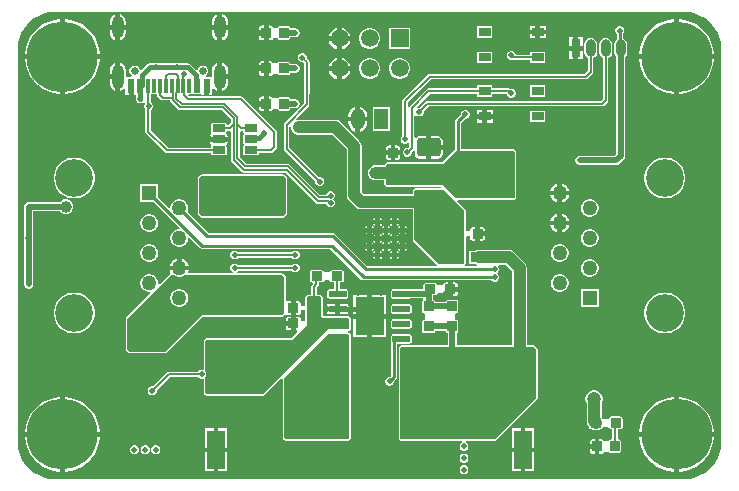
<source format=gtl>
G04*
G04 #@! TF.GenerationSoftware,Altium Limited,Altium Designer,23.4.1 (23)*
G04*
G04 Layer_Physical_Order=1*
G04 Layer_Color=255*
%FSLAX44Y44*%
%MOMM*%
G71*
G04*
G04 #@! TF.SameCoordinates,A304BC4D-9FB2-49B5-AC17-4625EE1BC2B7*
G04*
G04*
G04 #@! TF.FilePolarity,Positive*
G04*
G01*
G75*
%ADD10C,0.2000*%
%ADD16R,0.8000X1.5000*%
G04:AMPARAMS|DCode=33|XSize=1.5mm|YSize=2mm|CornerRadius=0.1875mm|HoleSize=0mm|Usage=FLASHONLY|Rotation=270.000|XOffset=0mm|YOffset=0mm|HoleType=Round|Shape=RoundedRectangle|*
%AMROUNDEDRECTD33*
21,1,1.5000,1.6250,0,0,270.0*
21,1,1.1250,2.0000,0,0,270.0*
1,1,0.3750,-0.8125,-0.5625*
1,1,0.3750,-0.8125,0.5625*
1,1,0.3750,0.8125,0.5625*
1,1,0.3750,0.8125,-0.5625*
%
%ADD33ROUNDEDRECTD33*%
G04:AMPARAMS|DCode=34|XSize=3.8mm|YSize=2mm|CornerRadius=0.05mm|HoleSize=0mm|Usage=FLASHONLY|Rotation=270.000|XOffset=0mm|YOffset=0mm|HoleType=Round|Shape=RoundedRectangle|*
%AMROUNDEDRECTD34*
21,1,3.8000,1.9000,0,0,270.0*
21,1,3.7000,2.0000,0,0,270.0*
1,1,0.1000,-0.9500,-1.8500*
1,1,0.1000,-0.9500,1.8500*
1,1,0.1000,0.9500,1.8500*
1,1,0.1000,0.9500,-1.8500*
%
%ADD34ROUNDEDRECTD34*%
G04:AMPARAMS|DCode=35|XSize=0.6mm|YSize=1.1mm|CornerRadius=0.045mm|HoleSize=0mm|Usage=FLASHONLY|Rotation=90.000|XOffset=0mm|YOffset=0mm|HoleType=Round|Shape=RoundedRectangle|*
%AMROUNDEDRECTD35*
21,1,0.6000,1.0100,0,0,90.0*
21,1,0.5100,1.1000,0,0,90.0*
1,1,0.0900,0.5050,0.2550*
1,1,0.0900,0.5050,-0.2550*
1,1,0.0900,-0.5050,-0.2550*
1,1,0.0900,-0.5050,0.2550*
%
%ADD35ROUNDEDRECTD35*%
G04:AMPARAMS|DCode=36|XSize=0.9mm|YSize=0.8mm|CornerRadius=0.06mm|HoleSize=0mm|Usage=FLASHONLY|Rotation=180.000|XOffset=0mm|YOffset=0mm|HoleType=Round|Shape=RoundedRectangle|*
%AMROUNDEDRECTD36*
21,1,0.9000,0.6800,0,0,180.0*
21,1,0.7800,0.8000,0,0,180.0*
1,1,0.1200,-0.3900,0.3400*
1,1,0.1200,0.3900,0.3400*
1,1,0.1200,0.3900,-0.3400*
1,1,0.1200,-0.3900,-0.3400*
%
%ADD36ROUNDEDRECTD36*%
%ADD37R,1.8542X0.9398*%
%ADD38R,1.3208X0.8128*%
G04:AMPARAMS|DCode=39|XSize=0.9mm|YSize=0.8mm|CornerRadius=0.06mm|HoleSize=0mm|Usage=FLASHONLY|Rotation=270.000|XOffset=0mm|YOffset=0mm|HoleType=Round|Shape=RoundedRectangle|*
%AMROUNDEDRECTD39*
21,1,0.9000,0.6800,0,0,270.0*
21,1,0.7800,0.8000,0,0,270.0*
1,1,0.1200,-0.3400,-0.3900*
1,1,0.1200,-0.3400,0.3900*
1,1,0.1200,0.3400,0.3900*
1,1,0.1200,0.3400,-0.3900*
%
%ADD39ROUNDEDRECTD39*%
G04:AMPARAMS|DCode=40|XSize=0.5334mm|YSize=1.5mm|CornerRadius=0.0667mm|HoleSize=0mm|Usage=FLASHONLY|Rotation=90.000|XOffset=0mm|YOffset=0mm|HoleType=Round|Shape=RoundedRectangle|*
%AMROUNDEDRECTD40*
21,1,0.5334,1.3667,0,0,90.0*
21,1,0.4001,1.5000,0,0,90.0*
1,1,0.1333,0.6833,0.2000*
1,1,0.1333,0.6833,-0.2000*
1,1,0.1333,-0.6833,-0.2000*
1,1,0.1333,-0.6833,0.2000*
%
%ADD40ROUNDEDRECTD40*%
%ADD41R,2.4000X3.2000*%
%ADD42R,5.0000X3.0000*%
%ADD43R,1.4986X3.3020*%
%ADD44R,4.1000X4.1000*%
G04:AMPARAMS|DCode=45|XSize=0.8mm|YSize=0.9mm|CornerRadius=0.06mm|HoleSize=0mm|Usage=FLASHONLY|Rotation=0.000|XOffset=0mm|YOffset=0mm|HoleType=Round|Shape=RoundedRectangle|*
%AMROUNDEDRECTD45*
21,1,0.8000,0.7800,0,0,0.0*
21,1,0.6800,0.9000,0,0,0.0*
1,1,0.1200,0.3400,-0.3900*
1,1,0.1200,-0.3400,-0.3900*
1,1,0.1200,-0.3400,0.3900*
1,1,0.1200,0.3400,0.3900*
%
%ADD45ROUNDEDRECTD45*%
%ADD46R,0.6000X1.1500*%
%ADD47R,0.3000X1.1500*%
%ADD48O,0.8000X1.5000*%
%ADD49R,0.9906X0.7112*%
%ADD78C,0.4000*%
%ADD79C,1.0000*%
%ADD80C,0.5000*%
%ADD81C,0.1816*%
%ADD82C,0.2500*%
%ADD83C,0.5000*%
%ADD84C,1.2000*%
%ADD85R,1.2000X1.8000*%
%ADD86O,1.2000X1.8000*%
%ADD87R,1.2680X1.2680*%
%ADD88C,1.2680*%
%ADD89C,3.2000*%
%ADD90C,1.5000*%
%ADD91R,1.5000X1.5000*%
%ADD92C,0.6500*%
%ADD93O,1.0000X1.9000*%
%ADD94O,1.0000X2.1000*%
%ADD95C,6.0000*%
%ADD96C,1.0000*%
G36*
X572131Y397396D02*
X576194Y396307D01*
X580080Y394698D01*
X583723Y392595D01*
X587060Y390034D01*
X590034Y387060D01*
X592595Y383723D01*
X594698Y380080D01*
X596307Y376194D01*
X597396Y372131D01*
X597945Y367961D01*
Y365858D01*
X597945Y34142D01*
Y32039D01*
X597396Y27869D01*
X596307Y23806D01*
X594698Y19920D01*
X592595Y16277D01*
X590034Y12940D01*
X587060Y9966D01*
X583723Y7405D01*
X580080Y5302D01*
X576194Y3693D01*
X572131Y2604D01*
X567961Y2055D01*
X565858Y2055D01*
X40000Y2055D01*
X34142Y2055D01*
X32039D01*
X27869Y2604D01*
X23806Y3692D01*
X19920Y5302D01*
X16277Y7405D01*
X12940Y9966D01*
X9966Y12940D01*
X7405Y16277D01*
X5302Y19920D01*
X3692Y23806D01*
X2604Y27869D01*
X2055Y32039D01*
Y34142D01*
Y365858D01*
Y367961D01*
X2604Y372131D01*
X3692Y376194D01*
X5302Y380080D01*
X7405Y383723D01*
X9966Y387060D01*
X12940Y390034D01*
X16277Y392595D01*
X19920Y394698D01*
X23806Y396307D01*
X27869Y397396D01*
X32039Y397945D01*
X567961D01*
X572131Y397396D01*
D02*
G37*
%LPC*%
G36*
X88749Y395846D02*
Y386814D01*
X93608D01*
Y389314D01*
X93374Y391089D01*
X92689Y392743D01*
X91599Y394164D01*
X90178Y395254D01*
X88749Y395846D01*
D02*
G37*
G36*
X175251D02*
Y386814D01*
X180110D01*
Y389314D01*
X179876Y391089D01*
X179191Y392743D01*
X178101Y394164D01*
X176680Y395254D01*
X175251Y395846D01*
D02*
G37*
G36*
X84749Y395846D02*
X83320Y395254D01*
X81899Y394164D01*
X80809Y392743D01*
X80124Y391089D01*
X79890Y389314D01*
Y386814D01*
X84749D01*
Y395846D01*
D02*
G37*
G36*
X171251D02*
X169822Y395254D01*
X168401Y394164D01*
X167311Y392743D01*
X166626Y391089D01*
X166392Y389314D01*
Y386814D01*
X171251D01*
Y395846D01*
D02*
G37*
G36*
X449253Y386106D02*
X444500D01*
Y382750D01*
X449253D01*
Y386106D01*
D02*
G37*
G36*
X440500D02*
X435747D01*
Y382750D01*
X440500D01*
Y386106D01*
D02*
G37*
G36*
X210500Y386347D02*
X209100D01*
X208164Y386161D01*
X207370Y385630D01*
X206839Y384836D01*
X206653Y383900D01*
Y382000D01*
X210500D01*
Y386347D01*
D02*
G37*
G36*
X276600Y384492D02*
Y377400D01*
X283692D01*
X283267Y378989D01*
X282042Y381110D01*
X280311Y382842D01*
X278190Y384066D01*
X276600Y384492D01*
D02*
G37*
G36*
X272600Y384492D02*
X271011Y384066D01*
X268890Y382842D01*
X267159Y381110D01*
X265934Y378989D01*
X265508Y377400D01*
X272600D01*
Y384492D01*
D02*
G37*
G36*
X403703Y385556D02*
X391297D01*
Y375944D01*
X403703D01*
Y385556D01*
D02*
G37*
G36*
X449253Y378750D02*
X444500D01*
Y375394D01*
X449253D01*
Y378750D01*
D02*
G37*
G36*
X440500D02*
X435747D01*
Y375394D01*
X440500D01*
Y378750D01*
D02*
G37*
G36*
X215900Y386347D02*
X214500D01*
Y380000D01*
Y373653D01*
X215900D01*
X216836Y373839D01*
X217630Y374370D01*
X218161Y375164D01*
X218228Y375500D01*
X222333D01*
X222357Y375378D01*
X222766Y374766D01*
X223378Y374357D01*
X224100Y374214D01*
X230900D01*
X231622Y374357D01*
X232234Y374766D01*
X232643Y375378D01*
X232786Y376100D01*
Y376176D01*
X237000D01*
X237369Y376250D01*
X237746D01*
X238094Y376394D01*
X238463Y376468D01*
X238776Y376677D01*
X239124Y376821D01*
X239391Y377087D01*
X239704Y377296D01*
X239913Y377610D01*
X240179Y377876D01*
X240323Y378224D01*
X240532Y378537D01*
X240606Y378906D01*
X240750Y379254D01*
Y379631D01*
X240823Y380000D01*
X240750Y380369D01*
Y380746D01*
X240606Y381094D01*
X240532Y381463D01*
X240323Y381776D01*
X240179Y382124D01*
X239913Y382390D01*
X239704Y382704D01*
X239391Y382913D01*
X239124Y383179D01*
X238776Y383323D01*
X238463Y383532D01*
X238094Y383606D01*
X237746Y383750D01*
X237369D01*
X237000Y383824D01*
X232786D01*
Y383900D01*
X232643Y384622D01*
X232234Y385234D01*
X231622Y385643D01*
X230900Y385786D01*
X224100D01*
X223378Y385643D01*
X222766Y385234D01*
X222357Y384622D01*
X222333Y384500D01*
X218228D01*
X218161Y384836D01*
X217630Y385630D01*
X216836Y386161D01*
X215900Y386347D01*
D02*
G37*
G36*
X84749Y382814D02*
X79890D01*
Y380314D01*
X80124Y378539D01*
X80809Y376885D01*
X81899Y375464D01*
X83320Y374374D01*
X84749Y373782D01*
Y382814D01*
D02*
G37*
G36*
X171251D02*
X166392D01*
Y380314D01*
X166626Y378539D01*
X167311Y376885D01*
X168401Y375464D01*
X169822Y374374D01*
X171251Y373782D01*
Y382814D01*
D02*
G37*
G36*
X180110D02*
X175251D01*
Y373782D01*
X176680Y374374D01*
X178101Y375464D01*
X179191Y376885D01*
X179876Y378539D01*
X180110Y380314D01*
Y382814D01*
D02*
G37*
G36*
X93608D02*
X88749D01*
Y373782D01*
X90178Y374374D01*
X91599Y375464D01*
X92689Y376885D01*
X93374Y378539D01*
X93608Y380314D01*
Y382814D01*
D02*
G37*
G36*
X210500Y378000D02*
X206653D01*
Y376100D01*
X206839Y375164D01*
X207370Y374370D01*
X208164Y373839D01*
X209100Y373653D01*
X210500D01*
Y378000D01*
D02*
G37*
G36*
X480400Y376300D02*
X476600D01*
Y369000D01*
X480400D01*
Y376300D01*
D02*
G37*
G36*
X472600D02*
X468800D01*
Y369000D01*
X472600D01*
Y376300D01*
D02*
G37*
G36*
X334150Y384150D02*
X316650D01*
Y366650D01*
X334150D01*
Y384150D01*
D02*
G37*
G36*
X301154Y384170D02*
X298845D01*
X296614Y383573D01*
X294615Y382418D01*
X292982Y380785D01*
X291827Y378785D01*
X291230Y376555D01*
Y374246D01*
X291827Y372015D01*
X292982Y370015D01*
X294615Y368382D01*
X296614Y367228D01*
X298845Y366630D01*
X301154D01*
X303385Y367228D01*
X305385Y368382D01*
X307017Y370015D01*
X308172Y372015D01*
X308770Y374246D01*
Y376555D01*
X308172Y378785D01*
X307017Y380785D01*
X305385Y382418D01*
X303385Y383573D01*
X301154Y384170D01*
D02*
G37*
G36*
X272600Y373400D02*
X265508D01*
X265934Y371810D01*
X267159Y369689D01*
X268890Y367958D01*
X271011Y366734D01*
X272600Y366308D01*
Y373400D01*
D02*
G37*
G36*
X283692D02*
X276600D01*
Y366308D01*
X278190Y366734D01*
X280311Y367958D01*
X282042Y369689D01*
X283267Y371810D01*
X283692Y373400D01*
D02*
G37*
G36*
X42503Y391800D02*
X42000D01*
Y362000D01*
X71800D01*
Y362503D01*
X71017Y367447D01*
X69470Y372207D01*
X67198Y376667D01*
X64256Y380716D01*
X60716Y384256D01*
X56667Y387198D01*
X52207Y389470D01*
X47446Y391017D01*
X42503Y391800D01*
D02*
G37*
G36*
X38000D02*
X37497D01*
X32554Y391017D01*
X27793Y389470D01*
X23333Y387198D01*
X19284Y384256D01*
X15744Y380716D01*
X12802Y376667D01*
X10530Y372207D01*
X8983Y367447D01*
X8200Y362503D01*
Y362000D01*
X38000D01*
Y391800D01*
D02*
G37*
G36*
X562502Y391800D02*
X561999D01*
Y362000D01*
X591799D01*
Y362502D01*
X591016Y367446D01*
X589469Y372206D01*
X587197Y376666D01*
X584255Y380716D01*
X580715Y384255D01*
X576666Y387197D01*
X572206Y389470D01*
X567445Y391017D01*
X562502Y391800D01*
D02*
G37*
G36*
X557999D02*
X557496D01*
X552552Y391017D01*
X547792Y389470D01*
X543332Y387197D01*
X539283Y384255D01*
X535743Y380716D01*
X532801Y376666D01*
X530529Y372206D01*
X528982Y367446D01*
X528199Y362502D01*
Y362000D01*
X557999D01*
Y391800D01*
D02*
G37*
G36*
X480400Y365000D02*
X476600D01*
Y357700D01*
X480400D01*
Y365000D01*
D02*
G37*
G36*
X472600D02*
X468800D01*
Y357700D01*
X472600D01*
Y365000D01*
D02*
G37*
G36*
X420746Y364750D02*
X419254D01*
X417876Y364179D01*
X416821Y363124D01*
X416250Y361746D01*
Y360254D01*
X416821Y358876D01*
X417876Y357821D01*
X419254Y357250D01*
X420693D01*
X420872Y357131D01*
X421750Y356956D01*
X436297D01*
Y354444D01*
X448703D01*
Y364056D01*
X436297D01*
Y361544D01*
X423750D01*
Y361746D01*
X423179Y363124D01*
X422124Y364179D01*
X420746Y364750D01*
D02*
G37*
G36*
X403703Y364056D02*
X391297D01*
Y354444D01*
X403703D01*
Y364056D01*
D02*
G37*
G36*
X210500Y356347D02*
X209100D01*
X208164Y356161D01*
X207370Y355630D01*
X206839Y354836D01*
X206653Y353900D01*
Y352000D01*
X210500D01*
Y356347D01*
D02*
G37*
G36*
X276600Y359092D02*
Y352000D01*
X283692D01*
X283266Y353590D01*
X282042Y355710D01*
X280310Y357442D01*
X278190Y358666D01*
X276600Y359092D01*
D02*
G37*
G36*
X272600Y359092D02*
X271010Y358666D01*
X268890Y357442D01*
X267158Y355710D01*
X265934Y353590D01*
X265508Y352000D01*
X272600D01*
Y359092D01*
D02*
G37*
G36*
X175251Y354846D02*
Y344814D01*
X180110D01*
Y348314D01*
X179876Y350089D01*
X179191Y351743D01*
X178101Y353164D01*
X176680Y354254D01*
X175251Y354846D01*
D02*
G37*
G36*
X84749Y354846D02*
X83320Y354254D01*
X81899Y353164D01*
X80809Y351743D01*
X80124Y350089D01*
X79890Y348314D01*
Y344814D01*
X84749D01*
Y354846D01*
D02*
G37*
G36*
X215900Y356347D02*
X214500D01*
Y350000D01*
Y343653D01*
X215900D01*
X216836Y343839D01*
X217630Y344370D01*
X218161Y345164D01*
X218228Y345500D01*
X222333D01*
X222357Y345378D01*
X222766Y344766D01*
X223378Y344357D01*
X224100Y344214D01*
X230900D01*
X231622Y344357D01*
X232234Y344766D01*
X232643Y345378D01*
X232786Y346100D01*
Y346176D01*
X237000D01*
X237369Y346250D01*
X237746D01*
X238094Y346394D01*
X238463Y346468D01*
X238776Y346677D01*
X239124Y346821D01*
X239391Y347087D01*
X239704Y347296D01*
X239913Y347610D01*
X240179Y347876D01*
X240323Y348224D01*
X240532Y348537D01*
X240606Y348906D01*
X240750Y349254D01*
Y349631D01*
X240823Y350000D01*
X240750Y350369D01*
Y350746D01*
X240606Y351094D01*
X240532Y351463D01*
X240323Y351776D01*
X240179Y352124D01*
X239913Y352391D01*
X239704Y352704D01*
X239391Y352913D01*
X239124Y353179D01*
X238776Y353323D01*
X238463Y353532D01*
X238094Y353606D01*
X237746Y353750D01*
X237369D01*
X237000Y353824D01*
X232786D01*
Y353900D01*
X232643Y354622D01*
X232234Y355234D01*
X231622Y355643D01*
X230900Y355786D01*
X224100D01*
X223378Y355643D01*
X222766Y355234D01*
X222357Y354622D01*
X222333Y354500D01*
X218228D01*
X218161Y354836D01*
X217630Y355630D01*
X216836Y356161D01*
X215900Y356347D01*
D02*
G37*
G36*
X210500Y348000D02*
X206653D01*
Y346100D01*
X206839Y345164D01*
X207370Y344370D01*
X208164Y343839D01*
X209100Y343653D01*
X210500D01*
Y348000D01*
D02*
G37*
G36*
X326552Y358750D02*
X324248D01*
X322023Y358154D01*
X320027Y357002D01*
X318398Y355373D01*
X317246Y353377D01*
X316650Y351152D01*
Y348848D01*
X317246Y346623D01*
X318398Y344627D01*
X320027Y342998D01*
X322023Y341846D01*
X324248Y341250D01*
X326552D01*
X328777Y341846D01*
X330773Y342998D01*
X332402Y344627D01*
X333554Y346623D01*
X334150Y348848D01*
Y351152D01*
X333554Y353377D01*
X332402Y355373D01*
X330773Y357002D01*
X328777Y358154D01*
X326552Y358750D01*
D02*
G37*
G36*
X301155Y358770D02*
X298845D01*
X296615Y358172D01*
X294615Y357018D01*
X292982Y355385D01*
X291828Y353385D01*
X291230Y351155D01*
Y348845D01*
X291828Y346615D01*
X292982Y344615D01*
X294615Y342982D01*
X296615Y341828D01*
X298845Y341230D01*
X301155D01*
X303385Y341828D01*
X305385Y342982D01*
X307018Y344615D01*
X308172Y346615D01*
X308770Y348845D01*
Y351155D01*
X308172Y353385D01*
X307018Y355385D01*
X305385Y357018D01*
X303385Y358172D01*
X301155Y358770D01*
D02*
G37*
G36*
X283692Y348000D02*
X276600D01*
Y340908D01*
X278190Y341334D01*
X280310Y342558D01*
X282042Y344290D01*
X283266Y346410D01*
X283692Y348000D01*
D02*
G37*
G36*
X272600D02*
X265508D01*
X265934Y346410D01*
X267158Y344290D01*
X268890Y342558D01*
X271010Y341334D01*
X272600Y340908D01*
Y348000D01*
D02*
G37*
G36*
X84749Y340814D02*
X79890D01*
Y337314D01*
X80124Y335539D01*
X80809Y333885D01*
X81899Y332464D01*
X83320Y331374D01*
X84749Y330782D01*
Y340814D01*
D02*
G37*
G36*
X88749Y354846D02*
Y342814D01*
Y330782D01*
X90178Y331374D01*
X91599Y332464D01*
X91931Y332898D01*
X93201Y332467D01*
Y327636D01*
X96001D01*
Y335186D01*
X100001D01*
Y327636D01*
X102686D01*
Y325799D01*
X102250Y324746D01*
Y323254D01*
X102821Y321876D01*
X103876Y320821D01*
X105254Y320250D01*
X106746D01*
X108124Y320821D01*
X108899Y321596D01*
X110079Y321354D01*
X110229Y321267D01*
X110321Y320625D01*
X109821Y320124D01*
X109250Y318746D01*
Y317254D01*
X109821Y315876D01*
X110300Y315397D01*
Y296500D01*
X110468Y295658D01*
X110944Y294944D01*
X126944Y278944D01*
X127658Y278467D01*
X128500Y278300D01*
X165717D01*
Y277950D01*
X165849Y277287D01*
X166224Y276724D01*
X166787Y276349D01*
X167450Y276217D01*
X177550D01*
X178213Y276349D01*
X178776Y276724D01*
X179151Y277287D01*
X179283Y277950D01*
Y283050D01*
X179151Y283713D01*
X178833Y284190D01*
X178810Y284254D01*
X178788Y284370D01*
X178955Y285683D01*
X179172Y285828D01*
X179669Y286572D01*
X179844Y287450D01*
Y288000D01*
X172500D01*
X165156D01*
Y287450D01*
X165331Y286572D01*
X165828Y285828D01*
X166045Y285683D01*
X166212Y284370D01*
X166190Y284254D01*
X166167Y284190D01*
X165849Y283713D01*
X165717Y283050D01*
Y282700D01*
X129411D01*
X114701Y297411D01*
Y314646D01*
X115124Y314821D01*
X116179Y315876D01*
X116750Y317254D01*
Y318746D01*
X116179Y320124D01*
X115124Y321179D01*
X114951Y321251D01*
Y328186D01*
X120299D01*
Y327501D01*
X120466Y326659D01*
X120943Y325945D01*
X123444Y323444D01*
X123444Y323444D01*
X124158Y322967D01*
X125000Y322800D01*
X131332D01*
X131424Y322337D01*
X131901Y321623D01*
X138166Y315358D01*
X138880Y314881D01*
X139722Y314713D01*
X139722Y314713D01*
X174810D01*
X182800Y306724D01*
Y303911D01*
X180589Y301700D01*
X179283D01*
Y302050D01*
X179151Y302713D01*
X178776Y303276D01*
X178213Y303651D01*
X177550Y303783D01*
X167450D01*
X166787Y303651D01*
X166224Y303276D01*
X165849Y302713D01*
X165717Y302050D01*
Y296950D01*
X165849Y296287D01*
X166167Y295810D01*
X166190Y295746D01*
X166212Y295630D01*
X166045Y294317D01*
X165828Y294172D01*
X165331Y293428D01*
X165156Y292550D01*
Y292000D01*
X172500D01*
X179844D01*
Y292550D01*
X179669Y293428D01*
X179172Y294172D01*
X178955Y294317D01*
X178788Y295630D01*
X178810Y295746D01*
X178833Y295810D01*
X179151Y296287D01*
X179283Y296950D01*
Y297300D01*
X181500D01*
X181530Y297306D01*
X182800Y296362D01*
Y272635D01*
X182967Y271793D01*
X183444Y271080D01*
X192166Y262358D01*
X192880Y261881D01*
X193722Y261713D01*
X193722Y261713D01*
X228810D01*
X254498Y236026D01*
X254498Y236026D01*
X255212Y235549D01*
X256054Y235382D01*
X263250D01*
Y235254D01*
X263821Y233876D01*
X264876Y232821D01*
X266254Y232250D01*
X267746D01*
X269124Y232821D01*
X270179Y233876D01*
X270750Y235254D01*
Y236746D01*
X270179Y238124D01*
X269178Y239125D01*
X270179Y240126D01*
X270750Y241504D01*
Y242996D01*
X270179Y244374D01*
X269124Y245429D01*
X267746Y246000D01*
X266254D01*
X264876Y245429D01*
X263821Y244374D01*
X263250Y242996D01*
Y242868D01*
X258243D01*
X232556Y268556D01*
X231842Y269033D01*
X231000Y269200D01*
X195911D01*
X190287Y274825D01*
Y296304D01*
X191447Y297256D01*
X192717Y297087D01*
Y296950D01*
X192849Y296287D01*
X193224Y295724D01*
X193674Y295424D01*
X193735Y294750D01*
X193674Y294076D01*
X193224Y293776D01*
X192849Y293213D01*
X192717Y292550D01*
Y287450D01*
X192849Y286787D01*
X193224Y286224D01*
X193674Y285924D01*
X193735Y285250D01*
X193674Y284576D01*
X193224Y284276D01*
X192849Y283713D01*
X192717Y283050D01*
Y277950D01*
X192849Y277287D01*
X193224Y276724D01*
X193787Y276349D01*
X194450Y276217D01*
X204550D01*
X205213Y276349D01*
X205776Y276724D01*
X206151Y277287D01*
X206283Y277950D01*
Y278206D01*
X216520D01*
X217398Y278381D01*
X218142Y278878D01*
X220996Y281732D01*
X221494Y282477D01*
X221668Y283354D01*
Y295711D01*
X221494Y296589D01*
X220996Y297333D01*
X192707Y325622D01*
X191963Y326119D01*
X191085Y326294D01*
X147094D01*
X146581Y326940D01*
X147136Y328186D01*
X157199D01*
Y327636D01*
X159999D01*
Y335186D01*
X163999D01*
Y327636D01*
X166799D01*
Y332466D01*
X168069Y332897D01*
X168401Y332464D01*
X169822Y331374D01*
X171251Y330782D01*
Y342814D01*
Y354846D01*
X169822Y354254D01*
X168401Y353164D01*
X167311Y351743D01*
X166626Y350089D01*
X166392Y348314D01*
Y342736D01*
X161719D01*
X161456Y343960D01*
X161456Y344006D01*
X162714Y345264D01*
X163399Y346918D01*
Y348708D01*
X162714Y350362D01*
X161448Y351628D01*
X159794Y352313D01*
X158004D01*
X156350Y351628D01*
X155084Y350362D01*
X154509Y348974D01*
X153226Y348461D01*
X148343Y353343D01*
X147268Y354061D01*
X146000Y354314D01*
X138799D01*
X137746Y354750D01*
X136254D01*
X135201Y354314D01*
X120799D01*
X119746Y354750D01*
X118254D01*
X117201Y354314D01*
X114000D01*
X112732Y354061D01*
X111657Y353343D01*
X106772Y348458D01*
X105489Y348972D01*
X104914Y350362D01*
X103648Y351628D01*
X101994Y352313D01*
X100204D01*
X98550Y351628D01*
X97284Y350362D01*
X96599Y348708D01*
Y346918D01*
X97284Y345264D01*
X98542Y344006D01*
X98541Y343960D01*
X98278Y342736D01*
X93608D01*
Y348314D01*
X93374Y350089D01*
X92689Y351743D01*
X91599Y353164D01*
X90178Y354254D01*
X88749Y354846D01*
D02*
G37*
G36*
X180110Y340814D02*
X175251D01*
Y330782D01*
X176680Y331374D01*
X178101Y332464D01*
X179191Y333885D01*
X179876Y335539D01*
X180110Y337314D01*
Y340814D01*
D02*
G37*
G36*
X71800Y358000D02*
X42000D01*
Y328200D01*
X42503D01*
X47446Y328983D01*
X52207Y330530D01*
X56667Y332802D01*
X60716Y335744D01*
X64256Y339284D01*
X67198Y343333D01*
X69470Y347793D01*
X71017Y352553D01*
X71800Y357497D01*
Y358000D01*
D02*
G37*
G36*
X38000D02*
X8200D01*
Y357497D01*
X8983Y352553D01*
X10530Y347793D01*
X12802Y343333D01*
X15744Y339284D01*
X19284Y335744D01*
X23333Y332802D01*
X27793Y330530D01*
X32554Y328983D01*
X37497Y328200D01*
X38000D01*
Y358000D01*
D02*
G37*
G36*
X591799Y357999D02*
X561999D01*
Y328200D01*
X562502D01*
X567445Y328983D01*
X572206Y330529D01*
X576666Y332802D01*
X580715Y335744D01*
X584255Y339283D01*
X587197Y343333D01*
X589469Y347793D01*
X591016Y352553D01*
X591799Y357497D01*
Y357999D01*
D02*
G37*
G36*
X557999D02*
X528199D01*
Y357497D01*
X528982Y352553D01*
X530529Y347793D01*
X532801Y343333D01*
X535743Y339283D01*
X539283Y335744D01*
X543332Y332802D01*
X547792Y330529D01*
X552552Y328983D01*
X557496Y328200D01*
X557999D01*
Y357999D01*
D02*
G37*
G36*
X448703Y335556D02*
X436297D01*
Y325944D01*
X448703D01*
Y335556D01*
D02*
G37*
G36*
X500000Y375853D02*
X497951Y375446D01*
X496215Y374285D01*
X495054Y372548D01*
X494647Y370500D01*
Y363500D01*
X495054Y361452D01*
X496215Y359715D01*
X497705Y358719D01*
Y323950D01*
X496050Y322294D01*
X349000D01*
X348122Y322119D01*
X347378Y321622D01*
X342506Y316750D01*
X341254D01*
X340783Y316555D01*
X340064Y317632D01*
X350888Y328456D01*
X391297D01*
Y325944D01*
X403703D01*
Y328456D01*
X416250D01*
Y328254D01*
X416821Y326876D01*
X417876Y325821D01*
X419254Y325250D01*
X420746D01*
X422124Y325821D01*
X423179Y326876D01*
X423750Y328254D01*
Y329746D01*
X423179Y331124D01*
X422124Y332179D01*
X420746Y332750D01*
X419307D01*
X419128Y332869D01*
X418250Y333044D01*
X403703D01*
Y335556D01*
X391297D01*
Y333044D01*
X349938D01*
X349060Y332869D01*
X348316Y332372D01*
X334162Y318219D01*
X333665Y317474D01*
X333564Y316967D01*
X332294Y317092D01*
Y321241D01*
X351759Y340706D01*
X483000D01*
X483878Y340881D01*
X484622Y341378D01*
X488922Y345677D01*
X489419Y346422D01*
X489594Y347300D01*
Y358719D01*
X491085Y359715D01*
X492245Y361452D01*
X492652Y363500D01*
Y370500D01*
X492245Y372548D01*
X491085Y374285D01*
X489348Y375446D01*
X487300Y375853D01*
X485251Y375446D01*
X483515Y374285D01*
X482354Y372548D01*
X481947Y370500D01*
Y363500D01*
X482354Y361452D01*
X483515Y359715D01*
X485005Y358719D01*
Y348250D01*
X482050Y345294D01*
X350808D01*
X349931Y345120D01*
X349186Y344622D01*
X328378Y323814D01*
X327881Y323069D01*
X327706Y322192D01*
Y293009D01*
X326821Y292124D01*
X326250Y290746D01*
Y289254D01*
X326821Y287876D01*
X327876Y286821D01*
X329254Y286250D01*
X330746D01*
X332124Y286821D01*
X332220Y286917D01*
X333490Y286391D01*
Y283769D01*
X332746Y282750D01*
X331254D01*
X329876Y282179D01*
X328821Y281124D01*
X328250Y279746D01*
Y278254D01*
X328821Y276876D01*
X329876Y275821D01*
X331254Y275250D01*
X332746D01*
X334124Y275821D01*
X335179Y276876D01*
X335750Y278254D01*
Y279015D01*
X336858Y280123D01*
X338128Y279597D01*
Y277375D01*
X338413Y275941D01*
X339226Y274725D01*
X340441Y273913D01*
X341875Y273628D01*
X348000D01*
Y283000D01*
Y292372D01*
X341875D01*
X340441Y292087D01*
X339348Y291357D01*
X338775Y291498D01*
X338078Y291844D01*
Y309822D01*
X339348Y310348D01*
X339876Y309821D01*
X341254Y309250D01*
X342746D01*
X344124Y309821D01*
X345179Y310876D01*
X345750Y312254D01*
Y313506D01*
X349950Y317706D01*
X497000D01*
X497878Y317880D01*
X498622Y318378D01*
X501622Y321377D01*
X502119Y322122D01*
X502294Y323000D01*
Y358719D01*
X503785Y359715D01*
X504945Y361452D01*
X505352Y363500D01*
Y370500D01*
X504945Y372548D01*
X503785Y374285D01*
X502048Y375446D01*
X500000Y375853D01*
D02*
G37*
G36*
X210500Y326347D02*
X209100D01*
X208164Y326161D01*
X207370Y325630D01*
X206839Y324836D01*
X206653Y323900D01*
Y322000D01*
X210500D01*
Y326347D01*
D02*
G37*
G36*
X215900D02*
X214500D01*
Y320000D01*
Y313653D01*
X215900D01*
X216836Y313839D01*
X217630Y314370D01*
X218161Y315164D01*
X218228Y315500D01*
X222333D01*
X222357Y315378D01*
X222766Y314766D01*
X223378Y314357D01*
X224100Y314214D01*
X230900D01*
X231622Y314357D01*
X232234Y314766D01*
X232643Y315378D01*
X232786Y316100D01*
Y316176D01*
X237000D01*
X237369Y316250D01*
X237746D01*
X238094Y316394D01*
X238463Y316468D01*
X238776Y316677D01*
X239124Y316821D01*
X239391Y317087D01*
X239704Y317296D01*
X239913Y317610D01*
X240179Y317876D01*
X240323Y318224D01*
X240532Y318537D01*
X240606Y318906D01*
X240750Y319254D01*
Y319631D01*
X240823Y320000D01*
X240750Y320369D01*
Y320746D01*
X240606Y321094D01*
X240532Y321463D01*
X240323Y321776D01*
X240179Y322124D01*
X239913Y322390D01*
X239704Y322704D01*
X239391Y322913D01*
X239124Y323179D01*
X238776Y323323D01*
X238463Y323532D01*
X238094Y323606D01*
X237746Y323750D01*
X237369D01*
X237000Y323824D01*
X232786D01*
Y323900D01*
X232643Y324622D01*
X232234Y325234D01*
X231622Y325643D01*
X230900Y325786D01*
X224100D01*
X223378Y325643D01*
X222766Y325234D01*
X222357Y324622D01*
X222333Y324500D01*
X218228D01*
X218161Y324836D01*
X217630Y325630D01*
X216836Y326161D01*
X215900Y326347D01*
D02*
G37*
G36*
X210500Y318000D02*
X206653D01*
Y316100D01*
X206839Y315164D01*
X207370Y314370D01*
X208164Y313839D01*
X209100Y313653D01*
X210500D01*
Y318000D01*
D02*
G37*
G36*
X404253Y314606D02*
X399500D01*
Y311250D01*
X404253D01*
Y314606D01*
D02*
G37*
G36*
X395500D02*
X390747D01*
Y311250D01*
X395500D01*
Y314606D01*
D02*
G37*
G36*
X292000Y317604D02*
Y309000D01*
X297867D01*
Y310000D01*
X297599Y312036D01*
X296813Y313934D01*
X295563Y315563D01*
X293934Y316813D01*
X292036Y317599D01*
X292000Y317604D01*
D02*
G37*
G36*
X288000Y317604D02*
X287964Y317599D01*
X286066Y316813D01*
X284437Y315563D01*
X283187Y313934D01*
X282401Y312036D01*
X282133Y310000D01*
Y309000D01*
X288000D01*
Y317604D01*
D02*
G37*
G36*
X448703Y314056D02*
X436297D01*
Y304444D01*
X448703D01*
Y314056D01*
D02*
G37*
G36*
X404253Y307250D02*
X399500D01*
Y303894D01*
X404253D01*
Y307250D01*
D02*
G37*
G36*
X395500D02*
X390747D01*
Y303894D01*
X395500D01*
Y307250D01*
D02*
G37*
G36*
X317270Y317270D02*
X302730D01*
Y296730D01*
X317270D01*
Y317270D01*
D02*
G37*
G36*
X297867Y305000D02*
X292000D01*
Y296396D01*
X292036Y296401D01*
X293934Y297187D01*
X295563Y298437D01*
X296813Y300066D01*
X297599Y301964D01*
X297867Y304000D01*
Y305000D01*
D02*
G37*
G36*
X288000D02*
X282133D01*
Y304000D01*
X282401Y301964D01*
X283187Y300066D01*
X284437Y298437D01*
X286066Y297187D01*
X287964Y296401D01*
X288000Y296396D01*
Y305000D01*
D02*
G37*
G36*
X358125Y292372D02*
X352000D01*
Y285000D01*
X361872D01*
Y288625D01*
X361587Y290059D01*
X360774Y291275D01*
X359559Y292087D01*
X358125Y292372D01*
D02*
G37*
G36*
X323400Y284847D02*
X322000D01*
Y280500D01*
X325847D01*
Y282400D01*
X325661Y283336D01*
X325130Y284130D01*
X324336Y284661D01*
X323400Y284847D01*
D02*
G37*
G36*
X318000D02*
X316600D01*
X315664Y284661D01*
X314870Y284130D01*
X314339Y283336D01*
X314153Y282400D01*
Y280500D01*
X318000D01*
Y284847D01*
D02*
G37*
G36*
X361872Y281000D02*
X352000D01*
Y273628D01*
X358125D01*
X359559Y273913D01*
X360774Y274725D01*
X361587Y275941D01*
X361872Y277375D01*
Y281000D01*
D02*
G37*
G36*
X325847Y276500D02*
X322000D01*
Y272153D01*
X323400D01*
X324336Y272339D01*
X325130Y272870D01*
X325661Y273664D01*
X325847Y274600D01*
Y276500D01*
D02*
G37*
G36*
X318000D02*
X314153D01*
Y274600D01*
X314339Y273664D01*
X314870Y272870D01*
X315664Y272339D01*
X316600Y272153D01*
X318000D01*
Y276500D01*
D02*
G37*
G36*
X512746Y385750D02*
X511254D01*
X509876Y385179D01*
X508821Y384124D01*
X508250Y382746D01*
Y381254D01*
X508821Y379876D01*
X509801Y378896D01*
Y374877D01*
X508915Y374285D01*
X507754Y372548D01*
X507347Y370500D01*
Y363500D01*
X507754Y361452D01*
X508876Y359773D01*
Y277283D01*
X507416Y275823D01*
X478000D01*
X477631Y275750D01*
X477254D01*
X476906Y275606D01*
X476537Y275532D01*
X476224Y275323D01*
X475876Y275179D01*
X475610Y274913D01*
X475296Y274704D01*
X475087Y274390D01*
X474821Y274124D01*
X474677Y273776D01*
X474468Y273463D01*
X474394Y273094D01*
X474250Y272746D01*
Y272369D01*
X474176Y272000D01*
X474250Y271631D01*
Y271254D01*
X474394Y270906D01*
X474468Y270537D01*
X474677Y270224D01*
X474821Y269876D01*
X475087Y269610D01*
X475296Y269296D01*
X475610Y269087D01*
X475876Y268821D01*
X476224Y268677D01*
X476537Y268468D01*
X476906Y268394D01*
X477254Y268250D01*
X477631D01*
X478000Y268176D01*
X509000D01*
X510463Y268468D01*
X511704Y269296D01*
X515403Y272996D01*
X516232Y274236D01*
X516523Y275700D01*
Y359773D01*
X517645Y361452D01*
X518052Y363500D01*
Y370500D01*
X517645Y372548D01*
X516485Y374285D01*
X514899Y375345D01*
Y379595D01*
X515179Y379876D01*
X515750Y381254D01*
Y382746D01*
X515179Y384124D01*
X514124Y385179D01*
X512746Y385750D01*
D02*
G37*
G36*
X463100Y252341D02*
Y246450D01*
X468991D01*
X468685Y247592D01*
X467614Y249448D01*
X466098Y250964D01*
X464242Y252035D01*
X463100Y252341D01*
D02*
G37*
G36*
X459100Y252341D02*
X457958Y252035D01*
X456102Y250964D01*
X454586Y249448D01*
X453515Y247592D01*
X453209Y246450D01*
X459100D01*
Y252341D01*
D02*
G37*
G36*
X551699Y274400D02*
X548301D01*
X544968Y273737D01*
X541829Y272437D01*
X539004Y270549D01*
X536601Y268146D01*
X534713Y265321D01*
X533413Y262182D01*
X532750Y258849D01*
Y255451D01*
X533413Y252118D01*
X534713Y248979D01*
X536601Y246154D01*
X539004Y243751D01*
X541829Y241863D01*
X544968Y240563D01*
X548301Y239900D01*
X551699D01*
X555032Y240563D01*
X558171Y241863D01*
X560996Y243751D01*
X563399Y246154D01*
X565287Y248979D01*
X566587Y252118D01*
X567250Y255451D01*
Y258849D01*
X566587Y262182D01*
X565287Y265321D01*
X563399Y268146D01*
X560996Y270549D01*
X558171Y272437D01*
X555032Y273737D01*
X551699Y274400D01*
D02*
G37*
G36*
X51699D02*
X48301D01*
X44968Y273737D01*
X41829Y272437D01*
X39004Y270549D01*
X36601Y268146D01*
X34713Y265321D01*
X33413Y262182D01*
X32750Y258849D01*
Y255451D01*
X33413Y252118D01*
X34713Y248979D01*
X36601Y246154D01*
X39004Y243751D01*
X41829Y241863D01*
X44968Y240563D01*
X48301Y239900D01*
X51699D01*
X55032Y240563D01*
X58171Y241863D01*
X60996Y243751D01*
X63399Y246154D01*
X65287Y248979D01*
X66587Y252118D01*
X67250Y255451D01*
Y258849D01*
X66587Y262182D01*
X65287Y265321D01*
X63399Y268146D01*
X60996Y270549D01*
X58171Y272437D01*
X55032Y273737D01*
X51699Y274400D01*
D02*
G37*
G36*
X459100Y242450D02*
X453209D01*
X453515Y241308D01*
X454586Y239452D01*
X456102Y237936D01*
X457958Y236865D01*
X459100Y236559D01*
Y242450D01*
D02*
G37*
G36*
X468991D02*
X463100D01*
Y236559D01*
X464242Y236865D01*
X466098Y237936D01*
X467614Y239452D01*
X468685Y241308D01*
X468991Y242450D01*
D02*
G37*
G36*
X44243Y239250D02*
X41757D01*
X39460Y238298D01*
X37985Y236824D01*
X11500D01*
X11131Y236750D01*
X10754D01*
X10406Y236606D01*
X10037Y236532D01*
X9724Y236323D01*
X9376Y236179D01*
X9110Y235913D01*
X8796Y235704D01*
X8587Y235390D01*
X8321Y235124D01*
X8177Y234776D01*
X7968Y234463D01*
X7894Y234094D01*
X7750Y233746D01*
Y233369D01*
X7677Y233000D01*
Y208127D01*
X7250Y207097D01*
Y205605D01*
X7677Y204575D01*
Y167000D01*
X7750Y166631D01*
Y166254D01*
X7894Y165906D01*
X7968Y165537D01*
X8177Y165224D01*
X8321Y164876D01*
X8587Y164610D01*
X8796Y164296D01*
X9110Y164087D01*
X9376Y163821D01*
X9724Y163677D01*
X10037Y163468D01*
X10406Y163394D01*
X10754Y163250D01*
X11131D01*
X11500Y163176D01*
X11869Y163250D01*
X12246D01*
X12594Y163394D01*
X12963Y163468D01*
X13276Y163677D01*
X13624Y163821D01*
X13890Y164087D01*
X14204Y164296D01*
X14413Y164610D01*
X14679Y164876D01*
X14823Y165224D01*
X15032Y165537D01*
X15106Y165906D01*
X15250Y166254D01*
Y166631D01*
X15323Y167000D01*
Y229177D01*
X37985D01*
X39460Y227701D01*
X41757Y226750D01*
X44243D01*
X46540Y227701D01*
X48299Y229460D01*
X49250Y231757D01*
Y234243D01*
X48299Y236540D01*
X46540Y238298D01*
X44243Y239250D01*
D02*
G37*
G36*
X487499Y239340D02*
X485501D01*
X483570Y238823D01*
X481840Y237824D01*
X480426Y236410D01*
X479427Y234680D01*
X478910Y232749D01*
Y230751D01*
X479427Y228820D01*
X480426Y227090D01*
X481840Y225676D01*
X483570Y224677D01*
X485501Y224160D01*
X487499D01*
X489430Y224677D01*
X491160Y225676D01*
X492574Y227090D01*
X493573Y228820D01*
X494090Y230751D01*
Y232749D01*
X493573Y234680D01*
X492574Y236410D01*
X491160Y237824D01*
X489430Y238823D01*
X487499Y239340D01*
D02*
G37*
G36*
X227000Y260353D02*
X158000D01*
X157043Y259957D01*
X155043Y257957D01*
X154647Y257000D01*
Y227000D01*
X155043Y226043D01*
X157043Y224043D01*
X158000Y223647D01*
X227000D01*
X227957Y224043D01*
X229957Y226043D01*
X230353Y227000D01*
Y257000D01*
X229957Y257957D01*
X227957Y259957D01*
X227000Y260353D01*
D02*
G37*
G36*
X323000Y223826D02*
Y222000D01*
X324826D01*
X324645Y222436D01*
X323436Y223645D01*
X323000Y223826D01*
D02*
G37*
G36*
X309000Y223826D02*
Y222000D01*
X310826D01*
X310645Y222436D01*
X309436Y223645D01*
X309000Y223826D01*
D02*
G37*
G36*
X305000Y223826D02*
X304564Y223645D01*
X303355Y222436D01*
X303174Y222000D01*
X305000D01*
Y223826D01*
D02*
G37*
G36*
X319000Y223826D02*
X318564Y223645D01*
X317355Y222436D01*
X317174Y222000D01*
X319000D01*
Y223826D01*
D02*
G37*
G36*
X463100Y226941D02*
Y221050D01*
X468991D01*
X468685Y222192D01*
X467614Y224048D01*
X466098Y225564D01*
X464242Y226635D01*
X463100Y226941D01*
D02*
G37*
G36*
X459100Y226941D02*
X457958Y226635D01*
X456102Y225564D01*
X454586Y224048D01*
X453515Y222192D01*
X453209Y221050D01*
X459100D01*
Y226941D01*
D02*
G37*
G36*
X305000Y218000D02*
X303174D01*
X303355Y217564D01*
X304564Y216355D01*
X305000Y216174D01*
Y218000D01*
D02*
G37*
G36*
X324826D02*
X323000D01*
Y216174D01*
X323436Y216355D01*
X324645Y217564D01*
X324826Y218000D01*
D02*
G37*
G36*
X319000D02*
X317174D01*
X317355Y217564D01*
X318564Y216355D01*
X319000Y216174D01*
Y218000D01*
D02*
G37*
G36*
X310826D02*
X309000D01*
Y216174D01*
X309436Y216355D01*
X310645Y217564D01*
X310826Y218000D01*
D02*
G37*
G36*
X302000Y216826D02*
Y215000D01*
X303826D01*
X303645Y215436D01*
X302436Y216645D01*
X302000Y216826D01*
D02*
G37*
G36*
X316000Y216826D02*
Y215000D01*
X317826D01*
X317645Y215436D01*
X316436Y216645D01*
X316000Y216826D01*
D02*
G37*
G36*
X330000Y216826D02*
Y215000D01*
X331826D01*
X331645Y215436D01*
X330436Y216645D01*
X330000Y216826D01*
D02*
G37*
G36*
X326000Y216826D02*
X325564Y216645D01*
X324355Y215436D01*
X324174Y215000D01*
X326000D01*
Y216826D01*
D02*
G37*
G36*
X312000Y216826D02*
X311564Y216645D01*
X310355Y215436D01*
X310174Y215000D01*
X312000D01*
Y216826D01*
D02*
G37*
G36*
X298000Y216826D02*
X297564Y216645D01*
X296355Y215436D01*
X296174Y215000D01*
X298000D01*
Y216826D01*
D02*
G37*
G36*
X395400Y215847D02*
X393500D01*
Y212000D01*
X397847D01*
Y213400D01*
X397661Y214336D01*
X397130Y215130D01*
X396336Y215661D01*
X395400Y215847D01*
D02*
G37*
G36*
X114499Y226640D02*
X112501D01*
X110570Y226123D01*
X108840Y225124D01*
X107427Y223710D01*
X106427Y221980D01*
X105910Y220049D01*
Y218051D01*
X106427Y216120D01*
X107427Y214390D01*
X108840Y212976D01*
X110570Y211977D01*
X112501Y211460D01*
X114499D01*
X116430Y211977D01*
X118160Y212976D01*
X119573Y214390D01*
X120573Y216120D01*
X121090Y218051D01*
Y220049D01*
X120573Y221980D01*
X119573Y223710D01*
X118160Y225124D01*
X116430Y226123D01*
X114499Y226640D01*
D02*
G37*
G36*
X459100Y217050D02*
X453209D01*
X453515Y215908D01*
X454586Y214052D01*
X456102Y212536D01*
X457958Y211465D01*
X459100Y211159D01*
Y217050D01*
D02*
G37*
G36*
X468991D02*
X463100D01*
Y211159D01*
X464242Y211465D01*
X466098Y212536D01*
X467614Y214052D01*
X468685Y215908D01*
X468991Y217050D01*
D02*
G37*
G36*
X303826Y211000D02*
X302000D01*
Y209174D01*
X302436Y209355D01*
X303645Y210564D01*
X303826Y211000D01*
D02*
G37*
G36*
X326000D02*
X324174D01*
X324355Y210564D01*
X325564Y209355D01*
X326000Y209174D01*
Y211000D01*
D02*
G37*
G36*
X317826D02*
X316000D01*
Y209174D01*
X316436Y209355D01*
X317645Y210564D01*
X317826Y211000D01*
D02*
G37*
G36*
X312000D02*
X310174D01*
X310355Y210564D01*
X311564Y209355D01*
X312000Y209174D01*
Y211000D01*
D02*
G37*
G36*
X331826D02*
X330000D01*
Y209174D01*
X330436Y209355D01*
X331645Y210564D01*
X331826Y211000D01*
D02*
G37*
G36*
X298000D02*
X296174D01*
X296355Y210564D01*
X297564Y209355D01*
X298000Y209174D01*
Y211000D01*
D02*
G37*
G36*
X323000Y209826D02*
Y208000D01*
X324826D01*
X324645Y208436D01*
X323436Y209645D01*
X323000Y209826D01*
D02*
G37*
G36*
X309000Y209826D02*
Y208000D01*
X310826D01*
X310645Y208436D01*
X309436Y209645D01*
X309000Y209826D01*
D02*
G37*
G36*
X305000Y209826D02*
X304564Y209645D01*
X303355Y208436D01*
X303174Y208000D01*
X305000D01*
Y209826D01*
D02*
G37*
G36*
X319000Y209826D02*
X318564Y209645D01*
X317355Y208436D01*
X317174Y208000D01*
X319000D01*
Y209826D01*
D02*
G37*
G36*
X397847Y208000D02*
X393500D01*
Y204153D01*
X395400D01*
X396336Y204339D01*
X397130Y204870D01*
X397661Y205664D01*
X397847Y206600D01*
Y208000D01*
D02*
G37*
G36*
X305000Y204000D02*
X303174D01*
X303355Y203564D01*
X304564Y202355D01*
X305000Y202174D01*
Y204000D01*
D02*
G37*
G36*
X324826D02*
X323000D01*
Y202174D01*
X323436Y202355D01*
X324645Y203564D01*
X324826Y204000D01*
D02*
G37*
G36*
X319000D02*
X317174D01*
X317355Y203564D01*
X318564Y202355D01*
X319000Y202174D01*
Y204000D01*
D02*
G37*
G36*
X310826D02*
X309000D01*
Y202174D01*
X309436Y202355D01*
X310645Y203564D01*
X310826Y204000D01*
D02*
G37*
G36*
X302000Y202826D02*
Y201000D01*
X303826D01*
X303645Y201436D01*
X302436Y202645D01*
X302000Y202826D01*
D02*
G37*
G36*
X316000Y202826D02*
Y201000D01*
X317826D01*
X317645Y201436D01*
X316436Y202645D01*
X316000Y202826D01*
D02*
G37*
G36*
X330000Y202826D02*
Y201000D01*
X331826D01*
X331645Y201436D01*
X330436Y202645D01*
X330000Y202826D01*
D02*
G37*
G36*
X326000Y202826D02*
X325564Y202645D01*
X324355Y201436D01*
X324174Y201000D01*
X326000D01*
Y202826D01*
D02*
G37*
G36*
X312000Y202826D02*
X311564Y202645D01*
X310355Y201436D01*
X310174Y201000D01*
X312000D01*
Y202826D01*
D02*
G37*
G36*
X298000Y202826D02*
X297564Y202645D01*
X296355Y201436D01*
X296174Y201000D01*
X298000D01*
Y202826D01*
D02*
G37*
G36*
X487499Y213940D02*
X485501D01*
X483570Y213423D01*
X481840Y212423D01*
X480426Y211010D01*
X479427Y209280D01*
X478910Y207349D01*
Y205351D01*
X479427Y203420D01*
X480426Y201690D01*
X481840Y200277D01*
X483570Y199277D01*
X485501Y198760D01*
X487499D01*
X489430Y199277D01*
X491160Y200277D01*
X492574Y201690D01*
X493573Y203420D01*
X494090Y205351D01*
Y207349D01*
X493573Y209280D01*
X492574Y211010D01*
X491160Y212423D01*
X489430Y213423D01*
X487499Y213940D01*
D02*
G37*
G36*
X303826Y197000D02*
X302000D01*
Y195174D01*
X302436Y195355D01*
X303645Y196564D01*
X303826Y197000D01*
D02*
G37*
G36*
X326000D02*
X324174D01*
X324355Y196564D01*
X325564Y195355D01*
X326000Y195174D01*
Y197000D01*
D02*
G37*
G36*
X317826D02*
X316000D01*
Y195174D01*
X316436Y195355D01*
X317645Y196564D01*
X317826Y197000D01*
D02*
G37*
G36*
X312000D02*
X310174D01*
X310355Y196564D01*
X311564Y195355D01*
X312000Y195174D01*
Y197000D01*
D02*
G37*
G36*
X331826D02*
X330000D01*
Y195174D01*
X330436Y195355D01*
X331645Y196564D01*
X331826Y197000D01*
D02*
G37*
G36*
X298000D02*
X296174D01*
X296355Y196564D01*
X297564Y195355D01*
X298000Y195174D01*
Y197000D01*
D02*
G37*
G36*
X237746Y195750D02*
X236254D01*
X234876Y195179D01*
X233991Y194294D01*
X189009D01*
X188124Y195179D01*
X186746Y195750D01*
X185254D01*
X183876Y195179D01*
X182821Y194124D01*
X182250Y192746D01*
Y191254D01*
X182821Y189876D01*
X183876Y188821D01*
X185254Y188250D01*
X186746D01*
X188124Y188821D01*
X189009Y189706D01*
X233991D01*
X234876Y188821D01*
X236254Y188250D01*
X237746D01*
X239124Y188821D01*
X240179Y189876D01*
X240750Y191254D01*
Y192746D01*
X240179Y194124D01*
X239124Y195179D01*
X237746Y195750D01*
D02*
G37*
G36*
X323000Y195826D02*
Y194000D01*
X324826D01*
X324645Y194436D01*
X323436Y195645D01*
X323000Y195826D01*
D02*
G37*
G36*
X309000Y195826D02*
Y194000D01*
X310826D01*
X310645Y194436D01*
X309436Y195645D01*
X309000Y195826D01*
D02*
G37*
G36*
X305000Y195826D02*
X304564Y195645D01*
X303355Y194436D01*
X303174Y194000D01*
X305000D01*
Y195826D01*
D02*
G37*
G36*
X319000Y195826D02*
X318564Y195645D01*
X317355Y194436D01*
X317174Y194000D01*
X319000D01*
Y195826D01*
D02*
G37*
G36*
X305000Y190000D02*
X303174D01*
X303355Y189564D01*
X304564Y188355D01*
X305000Y188174D01*
Y190000D01*
D02*
G37*
G36*
X324826D02*
X323000D01*
Y188174D01*
X323436Y188355D01*
X324645Y189564D01*
X324826Y190000D01*
D02*
G37*
G36*
X319000D02*
X317174D01*
X317355Y189564D01*
X318564Y188355D01*
X319000Y188174D01*
Y190000D01*
D02*
G37*
G36*
X310826D02*
X309000D01*
Y188174D01*
X309436Y188355D01*
X310645Y189564D01*
X310826Y190000D01*
D02*
G37*
G36*
X462099Y201240D02*
X460101D01*
X458170Y200723D01*
X456440Y199723D01*
X455027Y198310D01*
X454027Y196580D01*
X453510Y194649D01*
Y192651D01*
X454027Y190720D01*
X455027Y188990D01*
X456440Y187577D01*
X458170Y186577D01*
X460101Y186060D01*
X462099D01*
X464030Y186577D01*
X465760Y187577D01*
X467174Y188990D01*
X468173Y190720D01*
X468690Y192651D01*
Y194649D01*
X468173Y196580D01*
X467174Y198310D01*
X465760Y199723D01*
X464030Y200723D01*
X462099Y201240D01*
D02*
G37*
G36*
X114499D02*
X112501D01*
X110570Y200723D01*
X108840Y199723D01*
X107427Y198310D01*
X106427Y196580D01*
X105910Y194649D01*
Y192651D01*
X106427Y190720D01*
X107427Y188990D01*
X108840Y187577D01*
X110570Y186577D01*
X112501Y186060D01*
X114499D01*
X116430Y186577D01*
X118160Y187577D01*
X119573Y188990D01*
X120573Y190720D01*
X121090Y192651D01*
Y194649D01*
X120573Y196580D01*
X119573Y198310D01*
X118160Y199723D01*
X116430Y200723D01*
X114499Y201240D01*
D02*
G37*
G36*
X237746Y184750D02*
X236254D01*
X234876Y184179D01*
X233991Y183294D01*
X189009D01*
X188124Y184179D01*
X186746Y184750D01*
X185254D01*
X183876Y184179D01*
X182821Y183124D01*
X182250Y181746D01*
Y180254D01*
X182821Y178876D01*
X183876Y177821D01*
X184301Y177645D01*
X184049Y176375D01*
X146928D01*
X146293Y177474D01*
X146485Y177808D01*
X146791Y178950D01*
X138900D01*
X131009D01*
X131315Y177808D01*
X131474Y177532D01*
X131028Y175972D01*
X122360Y167304D01*
X121090Y167830D01*
Y169249D01*
X120573Y171180D01*
X119573Y172910D01*
X118160Y174324D01*
X116430Y175323D01*
X114499Y175840D01*
X112501D01*
X110570Y175323D01*
X108840Y174324D01*
X107427Y172910D01*
X106427Y171180D01*
X105910Y169249D01*
Y167251D01*
X106427Y165320D01*
X107427Y163590D01*
X108840Y162176D01*
X110570Y161177D01*
X112501Y160660D01*
X113920D01*
X114446Y159390D01*
X94028Y138972D01*
X93625Y138000D01*
X93625Y138000D01*
X93625Y112000D01*
X94028Y111028D01*
X94028Y111028D01*
X96028Y109028D01*
X97000Y108625D01*
X97000Y108625D01*
X127000Y108625D01*
X127000Y108625D01*
X127972Y109028D01*
X158569Y139625D01*
X226000D01*
X226000Y139625D01*
X226972Y140028D01*
X226972Y140028D01*
X228531Y141587D01*
X229644Y141822D01*
X230192Y141654D01*
X230664Y141339D01*
X231600Y141153D01*
X233500D01*
Y147000D01*
Y152847D01*
X231600D01*
X230664Y152661D01*
X230645Y152648D01*
X229375Y153327D01*
Y173000D01*
X229375Y173000D01*
X228972Y173972D01*
X228972Y173972D01*
X226972Y175972D01*
X226000Y176375D01*
X226000Y176375D01*
X187951D01*
X187699Y177645D01*
X188124Y177821D01*
X189009Y178706D01*
X233991D01*
X234876Y177821D01*
X236254Y177250D01*
X237746D01*
X239124Y177821D01*
X240179Y178876D01*
X240750Y180254D01*
Y181746D01*
X240179Y183124D01*
X239124Y184179D01*
X237746Y184750D01*
D02*
G37*
G36*
X140900Y188841D02*
Y182950D01*
X146791D01*
X146485Y184092D01*
X145414Y185948D01*
X143898Y187464D01*
X142042Y188535D01*
X140900Y188841D01*
D02*
G37*
G36*
X136900D02*
X135758Y188535D01*
X133902Y187464D01*
X132386Y185948D01*
X131315Y184092D01*
X131009Y182950D01*
X136900D01*
Y188841D01*
D02*
G37*
G36*
X243746Y362750D02*
X242254D01*
X240876Y362179D01*
X239821Y361124D01*
X239250Y359746D01*
Y358254D01*
X239821Y356876D01*
X240876Y355821D01*
X242254Y355250D01*
X243506D01*
X244706Y354050D01*
Y329424D01*
X244601Y328895D01*
Y320341D01*
X228336Y304076D01*
X227838Y303332D01*
X227664Y302454D01*
Y282042D01*
X227838Y281164D01*
X228336Y280420D01*
X254250Y254506D01*
Y253254D01*
X254821Y251876D01*
X255876Y250821D01*
X257254Y250250D01*
X258746D01*
X260124Y250821D01*
X261179Y251876D01*
X261750Y253254D01*
Y254746D01*
X261179Y256124D01*
X260124Y257179D01*
X258746Y257750D01*
X257494D01*
X232252Y282992D01*
Y300656D01*
X232480Y300786D01*
X232503Y300783D01*
X233627Y300000D01*
X233750Y299384D01*
Y298757D01*
X233990Y298177D01*
X234113Y297561D01*
X234461Y297040D01*
X234701Y296460D01*
X235145Y296016D01*
X235494Y295494D01*
X236016Y295145D01*
X236460Y294701D01*
X237040Y294461D01*
X237561Y294113D01*
X238177Y293990D01*
X238757Y293750D01*
X239384D01*
X240000Y293628D01*
X268360D01*
X280628Y281360D01*
Y242858D01*
X281113Y240419D01*
X282494Y238352D01*
X288352Y232494D01*
X290419Y231113D01*
X292858Y230627D01*
X336647D01*
Y205000D01*
X337043Y204043D01*
X357268Y183819D01*
X356741Y182549D01*
X298056D01*
X270802Y209802D01*
X269975Y210355D01*
X269000Y210549D01*
X163706D01*
X145776Y228479D01*
X145973Y228820D01*
X146490Y230751D01*
Y232749D01*
X145973Y234680D01*
X144973Y236410D01*
X143560Y237824D01*
X141830Y238823D01*
X139899Y239340D01*
X137901D01*
X135970Y238823D01*
X134240Y237824D01*
X132826Y236410D01*
X131827Y234680D01*
X131310Y232749D01*
Y232041D01*
X130040Y231515D01*
X121090Y240465D01*
Y252040D01*
X105910D01*
Y236860D01*
X117485D01*
X139135Y215210D01*
X138609Y213940D01*
X137901D01*
X135970Y213423D01*
X134240Y212423D01*
X132826Y211010D01*
X131827Y209280D01*
X131310Y207349D01*
Y205351D01*
X131827Y203420D01*
X132826Y201690D01*
X134240Y200277D01*
X135970Y199277D01*
X137901Y198760D01*
X139899D01*
X141830Y199277D01*
X143560Y200277D01*
X144973Y201690D01*
X145973Y203420D01*
X146490Y205351D01*
Y206059D01*
X147760Y206585D01*
X156148Y198198D01*
X156975Y197645D01*
X157950Y197451D01*
X266944D01*
X293198Y171198D01*
X294025Y170645D01*
X295000Y170451D01*
X403246D01*
X403876Y169821D01*
X405254Y169250D01*
X406746D01*
X408124Y169821D01*
X409179Y170876D01*
X409750Y172254D01*
Y173746D01*
X409179Y175124D01*
X408633Y175670D01*
X408266Y176500D01*
X408633Y177330D01*
X409179Y177876D01*
X409750Y179254D01*
Y180746D01*
X409179Y182124D01*
X408966Y182337D01*
X409492Y183607D01*
X415352D01*
X420607Y178352D01*
Y115375D01*
X373844D01*
Y125782D01*
X374130Y125838D01*
X374748Y126252D01*
X375162Y126870D01*
X375307Y127600D01*
Y135400D01*
X375162Y136130D01*
X374748Y136748D01*
X374130Y137162D01*
X373400Y137307D01*
X372983D01*
X372000Y138000D01*
X372000Y138577D01*
X372000Y142000D01*
X372974Y142714D01*
X373400D01*
X374122Y142857D01*
X374734Y143266D01*
X375143Y143878D01*
X375286Y144600D01*
Y152400D01*
X375143Y153122D01*
X374734Y153734D01*
X374122Y154143D01*
X373400Y154286D01*
X366600D01*
X365878Y154143D01*
X365266Y153734D01*
X364857Y153122D01*
X364714Y152400D01*
Y152323D01*
X355286D01*
Y152400D01*
X355143Y153122D01*
X354734Y153734D01*
X354122Y154143D01*
X353824Y154202D01*
Y157714D01*
X355400D01*
X356122Y157857D01*
X356734Y158266D01*
X357143Y158878D01*
X358000Y159646D01*
X362000D01*
X362339Y158664D01*
X362870Y157870D01*
X363664Y157339D01*
X364600Y157153D01*
X366500D01*
Y163000D01*
Y168847D01*
X364600D01*
X363664Y168661D01*
X362870Y168130D01*
X362339Y167336D01*
X362000Y166352D01*
X358000D01*
X357143Y167122D01*
X356734Y167734D01*
X356122Y168143D01*
X355400Y168286D01*
X347600D01*
X346878Y168143D01*
X346266Y167734D01*
X345857Y167122D01*
X345714Y166400D01*
Y162874D01*
X334492D01*
X333833Y163005D01*
X320167D01*
X319419Y162857D01*
X318785Y162433D01*
X318361Y161799D01*
X318213Y161051D01*
Y157051D01*
X318361Y156303D01*
X318785Y155669D01*
X319419Y155245D01*
X320167Y155096D01*
X333833D01*
X334492Y155227D01*
X345317D01*
X345601Y153957D01*
X345266Y153734D01*
X344857Y153122D01*
X344714Y152400D01*
Y144600D01*
X344857Y143878D01*
X345266Y143266D01*
X345878Y142857D01*
X346646Y142000D01*
Y138000D01*
X345870Y137162D01*
X345252Y136748D01*
X344838Y136130D01*
X344693Y135400D01*
Y127600D01*
X344838Y126870D01*
X345252Y126252D01*
X345870Y125838D01*
X346600Y125693D01*
X353400D01*
X354130Y125838D01*
X354748Y126252D01*
X355162Y126870D01*
X355307Y127600D01*
Y127656D01*
X364693D01*
Y127600D01*
X364838Y126870D01*
X365252Y126252D01*
X365870Y125838D01*
X366156Y125782D01*
Y115375D01*
X327000D01*
X327000Y115375D01*
X326028Y114972D01*
X326028Y114972D01*
X325028Y113972D01*
X324625Y113000D01*
X324625Y113000D01*
Y37000D01*
X324625Y37000D01*
X325028Y36028D01*
X325028Y36028D01*
X326028Y35028D01*
X327000Y34625D01*
X327000Y34625D01*
X377996D01*
X378249Y33355D01*
X377864Y33196D01*
X376804Y32136D01*
X376230Y30750D01*
Y29250D01*
X376804Y27864D01*
X377864Y26804D01*
X379250Y26230D01*
X380750D01*
X382136Y26804D01*
X383196Y27864D01*
X383770Y29250D01*
Y30750D01*
X383196Y32136D01*
X382136Y33196D01*
X381751Y33355D01*
X382004Y34625D01*
X406000D01*
X406000Y34625D01*
X406972Y35028D01*
X406972Y35028D01*
X441972Y70028D01*
X442375Y71000D01*
X442375Y71000D01*
Y112000D01*
X441972Y112972D01*
X441972Y112972D01*
X439972Y114972D01*
X439000Y115375D01*
X439000Y115375D01*
X433393D01*
Y181000D01*
X432906Y183447D01*
X431520Y185520D01*
X422520Y194520D01*
X420447Y195906D01*
X418000Y196393D01*
X392446D01*
X390000Y195906D01*
X389143Y195334D01*
X384572D01*
Y184666D01*
X389143D01*
X390000Y184094D01*
X391381Y183819D01*
X391256Y182549D01*
X381259D01*
X380732Y183819D01*
X380957Y184043D01*
X381353Y185000D01*
Y207102D01*
X382251Y208000D01*
X385000Y208000D01*
X385153Y206793D01*
Y206600D01*
X385339Y205664D01*
X385870Y204870D01*
X386664Y204339D01*
X387600Y204153D01*
X389500D01*
Y210000D01*
Y215847D01*
X387600D01*
X386664Y215661D01*
X385870Y215130D01*
X385339Y214336D01*
X385153Y213400D01*
Y213207D01*
X385000Y212000D01*
X383883Y212000D01*
X381353D01*
Y230000D01*
X380957Y230957D01*
X374440Y237474D01*
X374926Y238647D01*
X422000Y238647D01*
X422957Y239043D01*
X423957Y240043D01*
X424353Y241000D01*
Y279000D01*
X423957Y279957D01*
X422957Y280957D01*
X422000Y281353D01*
X377549D01*
Y303944D01*
X380855Y307250D01*
X381746D01*
X383124Y307821D01*
X384179Y308876D01*
X384750Y310254D01*
Y311746D01*
X384179Y313124D01*
X383124Y314179D01*
X381746Y314750D01*
X380254D01*
X378876Y314179D01*
X377821Y313124D01*
X377250Y311746D01*
Y310855D01*
X373198Y306802D01*
X372645Y305975D01*
X372451Y305000D01*
Y281126D01*
X372043Y280957D01*
X361440Y270353D01*
X315000D01*
X314043Y269957D01*
X313043Y268957D01*
X312647Y268000D01*
Y267872D01*
X305500D01*
X304884Y267750D01*
X303757D01*
X301460Y266798D01*
X299701Y265040D01*
X298750Y262743D01*
Y260257D01*
X299701Y257960D01*
X301460Y256201D01*
X303757Y255250D01*
X304884D01*
X305500Y255128D01*
X312647D01*
Y252000D01*
X313043Y251043D01*
X314043Y250043D01*
X315000Y249647D01*
X360236D01*
X360252Y249623D01*
X359573Y248353D01*
X339000Y248353D01*
X338043Y247957D01*
X337043Y246957D01*
X336647Y246000D01*
Y243372D01*
X295497D01*
X293372Y245497D01*
Y284000D01*
X292887Y286439D01*
X291506Y288506D01*
X275506Y304506D01*
X273439Y305887D01*
X271000Y306373D01*
X240000D01*
X239384Y306250D01*
X238794D01*
X238693Y306358D01*
X238102Y307353D01*
X248517Y317769D01*
X249014Y318513D01*
X249189Y319391D01*
Y328471D01*
X249294Y329000D01*
Y355000D01*
X249119Y355878D01*
X248622Y356622D01*
X246750Y358494D01*
Y359746D01*
X246179Y361124D01*
X245124Y362179D01*
X243746Y362750D01*
D02*
G37*
G36*
X487499Y188540D02*
X485501D01*
X483570Y188023D01*
X481840Y187024D01*
X480426Y185610D01*
X479427Y183880D01*
X478910Y181949D01*
Y179951D01*
X479427Y178020D01*
X480426Y176290D01*
X481840Y174876D01*
X483570Y173877D01*
X485501Y173360D01*
X487499D01*
X489430Y173877D01*
X491160Y174876D01*
X492574Y176290D01*
X493573Y178020D01*
X494090Y179951D01*
Y181949D01*
X493573Y183880D01*
X492574Y185610D01*
X491160Y187024D01*
X489430Y188023D01*
X487499Y188540D01*
D02*
G37*
G36*
X372400Y168847D02*
X370500D01*
Y165000D01*
X374847D01*
Y166400D01*
X374661Y167336D01*
X374130Y168130D01*
X373336Y168661D01*
X372400Y168847D01*
D02*
G37*
G36*
X462099Y175840D02*
X460101D01*
X458170Y175323D01*
X456440Y174324D01*
X455027Y172910D01*
X454027Y171180D01*
X453510Y169249D01*
Y167251D01*
X454027Y165320D01*
X455027Y163590D01*
X456440Y162176D01*
X458170Y161177D01*
X460101Y160660D01*
X462099D01*
X464030Y161177D01*
X465760Y162176D01*
X467174Y163590D01*
X468173Y165320D01*
X468690Y167251D01*
Y169249D01*
X468173Y171180D01*
X467174Y172910D01*
X465760Y174324D01*
X464030Y175323D01*
X462099Y175840D01*
D02*
G37*
G36*
X374847Y161000D02*
X370500D01*
Y157153D01*
X372400D01*
X373336Y157339D01*
X374130Y157870D01*
X374661Y158664D01*
X374847Y159600D01*
Y161000D01*
D02*
G37*
G36*
X259400Y179307D02*
X251600D01*
X250870Y179161D01*
X250252Y178748D01*
X249839Y178130D01*
X249693Y177400D01*
Y170600D01*
X249839Y169870D01*
X250252Y169252D01*
X250870Y168839D01*
X251600Y168693D01*
X251624D01*
X252150Y167423D01*
X251363Y166637D01*
X250862Y165886D01*
X250686Y165000D01*
Y158375D01*
X248000D01*
X248000Y158375D01*
X247028Y157972D01*
X247028Y157972D01*
X246028Y156972D01*
X245625Y156000D01*
X245625Y156000D01*
Y149898D01*
X244727Y149000D01*
X242000Y149000D01*
X241847Y150207D01*
Y150400D01*
X241661Y151336D01*
X241130Y152130D01*
X240336Y152661D01*
X239400Y152847D01*
X237500D01*
Y147000D01*
Y141153D01*
X239400D01*
X240336Y141339D01*
X241130Y141870D01*
X241661Y142664D01*
X241847Y143600D01*
Y143793D01*
X242000Y145000D01*
X243117Y145000D01*
X245625D01*
X245625Y136000D01*
X242000D01*
X241847Y137207D01*
Y137400D01*
X241661Y138336D01*
X241130Y139130D01*
X240336Y139661D01*
X239400Y139847D01*
X237500D01*
Y134000D01*
Y128153D01*
X238413D01*
X238939Y126883D01*
X233431Y121375D01*
X162000D01*
X162000Y121375D01*
X161028Y120972D01*
X161028Y120972D01*
X160028Y119972D01*
X159625Y119000D01*
X159625Y119000D01*
Y95355D01*
X158750Y94770D01*
X157250D01*
X155864Y94196D01*
X154983Y93315D01*
X130000D01*
X129114Y93138D01*
X128363Y92637D01*
X116497Y80770D01*
X115250D01*
X113864Y80196D01*
X112804Y79135D01*
X112230Y77750D01*
Y76250D01*
X112804Y74865D01*
X113864Y73804D01*
X115250Y73230D01*
X116750D01*
X118135Y73804D01*
X119196Y74865D01*
X119770Y76250D01*
Y77497D01*
X130959Y88686D01*
X154983D01*
X155864Y87804D01*
X157250Y87230D01*
X158750D01*
X159625Y86645D01*
Y75000D01*
X159625Y75000D01*
X160028Y74028D01*
X160028Y74028D01*
X161028Y73028D01*
X162000Y72625D01*
X162000Y72625D01*
X210000D01*
X210000Y72625D01*
X210972Y73028D01*
X225355Y87411D01*
X226625Y86885D01*
Y37000D01*
X226625Y37000D01*
X227028Y36028D01*
X227028Y36028D01*
X228028Y35028D01*
X229000Y34625D01*
X229000Y34625D01*
X282000D01*
X282000Y34625D01*
X282972Y35028D01*
X282972Y35028D01*
X283972Y36028D01*
X283972Y36028D01*
X284375Y37000D01*
X284375Y37000D01*
Y124000D01*
X283972Y124972D01*
X283972Y124972D01*
X282972Y125972D01*
X282972Y125972D01*
X282000Y126375D01*
X282000Y127625D01*
X282972Y128028D01*
X282972Y128028D01*
X283972Y129028D01*
X284375Y130000D01*
X284375Y130000D01*
Y138000D01*
X284375Y138000D01*
X283972Y138972D01*
X283972Y138972D01*
X282972Y139972D01*
X282000Y140375D01*
X282000Y140375D01*
X260569D01*
X260375Y140569D01*
Y156000D01*
X260375Y156000D01*
X259972Y156972D01*
X259972Y156972D01*
X258972Y157972D01*
X258000Y158375D01*
X258000Y158375D01*
X255315D01*
Y164041D01*
X256637Y165363D01*
X257138Y166114D01*
X257314Y167000D01*
Y168693D01*
X259400D01*
X260130Y168839D01*
X260748Y169252D01*
X261161Y169870D01*
X261998Y170648D01*
X265998D01*
X266857Y169878D01*
X267266Y169266D01*
X267878Y168857D01*
X268600Y168714D01*
X270206D01*
Y163005D01*
X266167D01*
X265419Y162857D01*
X264785Y162433D01*
X264361Y161799D01*
X264212Y161051D01*
Y157051D01*
X264361Y156303D01*
X264785Y155669D01*
X265419Y155245D01*
X266167Y155096D01*
X279833D01*
X280581Y155245D01*
X281215Y155669D01*
X281639Y156303D01*
X281787Y157051D01*
Y161051D01*
X281639Y161799D01*
X281215Y162433D01*
X280581Y162857D01*
X279833Y163005D01*
X274794D01*
Y168714D01*
X276400D01*
X277122Y168857D01*
X277734Y169266D01*
X278143Y169878D01*
X278286Y170600D01*
Y177400D01*
X278143Y178122D01*
X277734Y178734D01*
X277122Y179143D01*
X276400Y179286D01*
X268600D01*
X267878Y179143D01*
X267266Y178734D01*
X266857Y178122D01*
X265998Y177354D01*
X261998D01*
X261161Y178130D01*
X260748Y178748D01*
X260130Y179161D01*
X259400Y179307D01*
D02*
G37*
G36*
X279833Y150866D02*
X275000D01*
Y148351D01*
X282348D01*
Y148351D01*
X282157Y149313D01*
X281922Y149664D01*
X281612Y150129D01*
X280796Y150675D01*
X279833Y150866D01*
D02*
G37*
G36*
X271000D02*
X266167D01*
X265204Y150675D01*
X264388Y150129D01*
X263843Y149313D01*
X263652Y148351D01*
Y148351D01*
X271000D01*
Y150866D01*
D02*
G37*
G36*
X494090Y163140D02*
X478910D01*
Y147960D01*
X494090D01*
Y163140D01*
D02*
G37*
G36*
X333833Y150305D02*
X320167D01*
X319419Y150157D01*
X318785Y149733D01*
X318361Y149099D01*
X318213Y148351D01*
Y144351D01*
X318361Y143603D01*
X318785Y142969D01*
X319419Y142545D01*
X320167Y142396D01*
X333833D01*
X334581Y142545D01*
X335215Y142969D01*
X335639Y143603D01*
X335788Y144351D01*
Y148351D01*
X335639Y149099D01*
X335215Y149733D01*
X334581Y150157D01*
X333833Y150305D01*
D02*
G37*
G36*
X313800Y157800D02*
X302000D01*
Y142027D01*
Y142000D01*
X313800D01*
Y157800D01*
D02*
G37*
G36*
X298000D02*
X286200D01*
Y153831D01*
D01*
Y149664D01*
Y142000D01*
X298000D01*
Y142664D01*
Y157800D01*
D02*
G37*
G36*
X282348Y144351D02*
X275000D01*
Y141835D01*
X279833D01*
X280796Y142027D01*
X281612Y142572D01*
X282157Y143388D01*
X282348Y144351D01*
Y144351D01*
D02*
G37*
G36*
X271000D02*
X263652D01*
Y144351D01*
X263843Y143388D01*
X263922Y143270D01*
D01*
X264388Y142572D01*
X265204Y142027D01*
X266167Y141835D01*
X271000D01*
Y144351D01*
D02*
G37*
G36*
X233500Y139847D02*
X231600D01*
X230664Y139661D01*
X229870Y139130D01*
X229339Y138336D01*
X229153Y137400D01*
Y136000D01*
X233500D01*
Y139847D01*
D02*
G37*
G36*
X333833Y137605D02*
X320167D01*
X319419Y137457D01*
X318785Y137033D01*
X318361Y136399D01*
X318213Y135651D01*
Y131651D01*
X318361Y130903D01*
X318785Y130269D01*
X319419Y129845D01*
X320167Y129696D01*
X333833D01*
X334581Y129845D01*
X335215Y130269D01*
X335639Y130903D01*
X335788Y131651D01*
Y135651D01*
X335639Y136399D01*
X335215Y137033D01*
X334581Y137457D01*
X333833Y137605D01*
D02*
G37*
G36*
X233500Y132000D02*
X229153D01*
Y130600D01*
X229339Y129664D01*
X229870Y128870D01*
X230664Y128339D01*
X231600Y128153D01*
X233500D01*
Y132000D01*
D02*
G37*
G36*
X551699Y160100D02*
X548301D01*
X544968Y159437D01*
X541829Y158137D01*
X539004Y156249D01*
X536601Y153846D01*
X534713Y151021D01*
X533413Y147882D01*
X532750Y144549D01*
Y141151D01*
X533413Y137818D01*
X534713Y134679D01*
X536601Y131854D01*
X539004Y129451D01*
X541829Y127563D01*
X544968Y126263D01*
X548301Y125600D01*
X551699D01*
X555032Y126263D01*
X558171Y127563D01*
X560996Y129451D01*
X563399Y131854D01*
X565287Y134679D01*
X566587Y137818D01*
X567250Y141151D01*
Y144549D01*
X566587Y147882D01*
X565287Y151021D01*
X563399Y153846D01*
X560996Y156249D01*
X558171Y158137D01*
X555032Y159437D01*
X551699Y160100D01*
D02*
G37*
G36*
X51699D02*
X48301D01*
X44968Y159437D01*
X41829Y158137D01*
X39004Y156249D01*
X36601Y153846D01*
X34713Y151021D01*
X33413Y147882D01*
X32750Y144549D01*
Y141151D01*
X33413Y137818D01*
X34713Y134679D01*
X36601Y131854D01*
X39004Y129451D01*
X41829Y127563D01*
X44968Y126263D01*
X48301Y125600D01*
X51699D01*
X55032Y126263D01*
X58171Y127563D01*
X60996Y129451D01*
X63399Y131854D01*
X65287Y134679D01*
X66587Y137818D01*
X67250Y141151D01*
Y144549D01*
X66587Y147882D01*
X65287Y151021D01*
X63399Y153846D01*
X60996Y156249D01*
X58171Y158137D01*
X55032Y159437D01*
X51699Y160100D01*
D02*
G37*
G36*
X313800Y138000D02*
X302000D01*
Y122200D01*
X313800D01*
Y138000D01*
D02*
G37*
G36*
X298000D02*
X286200D01*
Y122200D01*
X298000D01*
Y138000D01*
D02*
G37*
G36*
X333833Y124905D02*
X320167D01*
X319419Y124757D01*
X318785Y124333D01*
X318361Y123699D01*
X318213Y122951D01*
Y119591D01*
X318201Y119534D01*
Y118265D01*
X318162Y118069D01*
Y89772D01*
X317140Y88750D01*
X316254D01*
X314876Y88179D01*
X313821Y87124D01*
X313250Y85746D01*
Y84254D01*
X313821Y82876D01*
X314876Y81821D01*
X316254Y81250D01*
X317746D01*
X319124Y81821D01*
X320179Y82876D01*
X320750Y84254D01*
Y85150D01*
X322514Y86914D01*
X323066Y87741D01*
X323260Y88716D01*
Y116996D01*
X333833D01*
X334581Y117145D01*
X335215Y117569D01*
X335639Y118203D01*
X335788Y118951D01*
Y122951D01*
X335639Y123699D01*
X335215Y124333D01*
X334581Y124757D01*
X333833Y124905D01*
D02*
G37*
G36*
X562503Y71800D02*
X562000D01*
Y42000D01*
X591800D01*
Y42503D01*
X591017Y47446D01*
X589470Y52207D01*
X587198Y56667D01*
X584256Y60716D01*
X580716Y64256D01*
X576667Y67198D01*
X572207Y69470D01*
X567447Y71017D01*
X562503Y71800D01*
D02*
G37*
G36*
X558000D02*
X557497D01*
X552553Y71017D01*
X547793Y69470D01*
X543333Y67198D01*
X539284Y64256D01*
X535744Y60716D01*
X532802Y56667D01*
X530530Y52207D01*
X528983Y47446D01*
X528200Y42503D01*
Y42000D01*
X558000D01*
Y71800D01*
D02*
G37*
G36*
X42503D02*
X42000D01*
Y42000D01*
X71800D01*
Y42503D01*
X71017Y47446D01*
X69470Y52207D01*
X67198Y56667D01*
X64256Y60716D01*
X60716Y64256D01*
X56667Y67198D01*
X52207Y69470D01*
X47446Y71017D01*
X42503Y71800D01*
D02*
G37*
G36*
X38000D02*
X37497D01*
X32554Y71017D01*
X27793Y69470D01*
X23333Y67198D01*
X19284Y64256D01*
X15744Y60716D01*
X12802Y56667D01*
X10530Y52207D01*
X8983Y47446D01*
X8200Y42503D01*
Y42000D01*
X38000D01*
Y71800D01*
D02*
G37*
G36*
X490957Y77270D02*
X489043D01*
X487194Y76775D01*
X485536Y75817D01*
X484183Y74464D01*
X483225Y72806D01*
X482730Y70957D01*
Y69043D01*
X483225Y67194D01*
X483990Y65870D01*
Y51117D01*
X484477Y48671D01*
X485693Y46850D01*
Y46600D01*
X485839Y45870D01*
X486252Y45252D01*
X486870Y44839D01*
X487600Y44693D01*
X488156D01*
X489053Y44094D01*
X491500Y43607D01*
X493946Y44094D01*
X494844Y44693D01*
X495400D01*
X496130Y44839D01*
X496748Y45252D01*
X497161Y45870D01*
X497999Y46647D01*
X501999D01*
X502857Y45878D01*
X503266Y45266D01*
X503878Y44857D01*
X504600Y44714D01*
X505456D01*
Y35786D01*
X504100D01*
X503378Y35643D01*
X502766Y35234D01*
X502357Y34622D01*
X502333Y34500D01*
X498228D01*
X498161Y34836D01*
X497630Y35630D01*
X496836Y36161D01*
X495900Y36347D01*
X494500D01*
Y30000D01*
Y23653D01*
X495900D01*
X496836Y23839D01*
X497630Y24370D01*
X498161Y25164D01*
X498228Y25500D01*
X502333D01*
X502357Y25378D01*
X502766Y24766D01*
X503378Y24357D01*
X504100Y24214D01*
X510900D01*
X511622Y24357D01*
X512234Y24766D01*
X512643Y25378D01*
X512786Y26100D01*
Y33900D01*
X512643Y34622D01*
X512234Y35234D01*
X511622Y35643D01*
X510900Y35786D01*
X510044D01*
Y44714D01*
X512400D01*
X513122Y44857D01*
X513734Y45266D01*
X514143Y45878D01*
X514286Y46600D01*
Y53400D01*
X514143Y54122D01*
X513734Y54734D01*
X513122Y55143D01*
X512400Y55286D01*
X504600D01*
X503878Y55143D01*
X503266Y54734D01*
X502857Y54122D01*
X501999Y53353D01*
X497999D01*
X497161Y54130D01*
X496776Y54707D01*
Y67197D01*
X497270Y69043D01*
Y70957D01*
X496775Y72806D01*
X495817Y74464D01*
X494464Y75817D01*
X492806Y76775D01*
X490957Y77270D01*
D02*
G37*
G36*
X490500Y36347D02*
X489100D01*
X488164Y36161D01*
X487370Y35630D01*
X486839Y34836D01*
X486653Y33900D01*
Y32000D01*
X490500D01*
Y36347D01*
D02*
G37*
G36*
X179293Y45290D02*
X172000D01*
Y28980D01*
X179293D01*
Y45290D01*
D02*
G37*
G36*
X168000D02*
X160707D01*
Y28980D01*
X168000D01*
Y45290D01*
D02*
G37*
G36*
X439293D02*
X432000D01*
Y28980D01*
X439293D01*
Y45290D01*
D02*
G37*
G36*
X428000D02*
X420707D01*
Y28980D01*
X428000D01*
Y45290D01*
D02*
G37*
G36*
X490500Y28000D02*
X486653D01*
Y26100D01*
X486839Y25164D01*
X487370Y24370D01*
X488164Y23839D01*
X489100Y23653D01*
X490500D01*
Y28000D01*
D02*
G37*
G36*
X119750Y30770D02*
X118250D01*
X116865Y30196D01*
X115804Y29135D01*
X115230Y27750D01*
Y26250D01*
X115804Y24864D01*
X116865Y23804D01*
X118250Y23230D01*
X119750D01*
X121136Y23804D01*
X122196Y24864D01*
X122770Y26250D01*
Y27750D01*
X122196Y29135D01*
X121136Y30196D01*
X119750Y30770D01*
D02*
G37*
G36*
X110750D02*
X109250D01*
X107865Y30196D01*
X106804Y29135D01*
X106230Y27750D01*
Y26250D01*
X106804Y24864D01*
X107865Y23804D01*
X109250Y23230D01*
X110750D01*
X112135Y23804D01*
X113196Y24864D01*
X113770Y26250D01*
Y27750D01*
X113196Y29135D01*
X112135Y30196D01*
X110750Y30770D01*
D02*
G37*
G36*
X101750D02*
X100250D01*
X98864Y30196D01*
X97804Y29135D01*
X97230Y27750D01*
Y26250D01*
X97804Y24864D01*
X98864Y23804D01*
X100250Y23230D01*
X101750D01*
X103135Y23804D01*
X104196Y24864D01*
X104770Y26250D01*
Y27750D01*
X104196Y29135D01*
X103135Y30196D01*
X101750Y30770D01*
D02*
G37*
G36*
X380750Y23770D02*
X379250D01*
X377864Y23196D01*
X376804Y22136D01*
X376230Y20750D01*
Y19250D01*
X376804Y17865D01*
X377864Y16804D01*
X379250Y16230D01*
X380750D01*
X382136Y16804D01*
X383196Y17865D01*
X383770Y19250D01*
Y20750D01*
X383196Y22136D01*
X382136Y23196D01*
X380750Y23770D01*
D02*
G37*
G36*
X439293Y24980D02*
X432000D01*
Y8670D01*
X439293D01*
Y24980D01*
D02*
G37*
G36*
X428000D02*
X420707D01*
Y8670D01*
X428000D01*
Y24980D01*
D02*
G37*
G36*
X179293Y24980D02*
X172000D01*
Y8670D01*
X179293D01*
Y24980D01*
D02*
G37*
G36*
X168000D02*
X160707D01*
Y8670D01*
X168000D01*
Y24980D01*
D02*
G37*
G36*
X591800Y38000D02*
X562000D01*
Y8200D01*
X562503D01*
X567447Y8983D01*
X572207Y10530D01*
X576667Y12802D01*
X580716Y15744D01*
X584256Y19284D01*
X587198Y23333D01*
X589470Y27793D01*
X591017Y32554D01*
X591800Y37497D01*
Y38000D01*
D02*
G37*
G36*
X558000D02*
X528200D01*
Y37497D01*
X528983Y32554D01*
X530530Y27793D01*
X532802Y23333D01*
X535744Y19284D01*
X539284Y15744D01*
X543333Y12802D01*
X547793Y10530D01*
X552553Y8983D01*
X557497Y8200D01*
X558000D01*
Y38000D01*
D02*
G37*
G36*
X71800D02*
X42000D01*
Y8200D01*
X42503D01*
X47446Y8983D01*
X52207Y10530D01*
X56667Y12802D01*
X60716Y15744D01*
X64256Y19284D01*
X67198Y23333D01*
X69470Y27793D01*
X71017Y32554D01*
X71800Y37497D01*
Y38000D01*
D02*
G37*
G36*
X38000D02*
X8200D01*
Y37497D01*
X8983Y32554D01*
X10530Y27793D01*
X12802Y23333D01*
X15744Y19284D01*
X19284Y15744D01*
X23333Y12802D01*
X27793Y10530D01*
X32554Y8983D01*
X37497Y8200D01*
X38000D01*
Y38000D01*
D02*
G37*
G36*
X380750Y13770D02*
X379250D01*
X377864Y13196D01*
X376804Y12135D01*
X376230Y10750D01*
Y9250D01*
X376804Y7865D01*
X377864Y6804D01*
X379250Y6230D01*
X380750D01*
X382136Y6804D01*
X383196Y7865D01*
X383770Y9250D01*
Y10750D01*
X383196Y12135D01*
X382136Y13196D01*
X380750Y13770D01*
D02*
G37*
%LPD*%
G36*
X229000Y257000D02*
Y227000D01*
X227000Y225000D01*
X158000D01*
X156000Y227000D01*
Y257000D01*
X158000Y259000D01*
X227000D01*
X229000Y257000D01*
D02*
G37*
G36*
X228000Y173000D02*
Y143000D01*
X226000Y141000D01*
X158000D01*
X127000Y110000D01*
X97000Y110000D01*
X95000Y112000D01*
X95000Y138000D01*
X132000Y175000D01*
X134088D01*
X134227Y174860D01*
X135963Y173859D01*
X137898Y173340D01*
X139902D01*
X141837Y173859D01*
X143573Y174860D01*
X143712Y175000D01*
X226000D01*
X228000Y173000D01*
D02*
G37*
%LPC*%
G36*
X139902Y163160D02*
X137898D01*
X135963Y162641D01*
X134227Y161639D01*
X132810Y160223D01*
X131809Y158487D01*
X131290Y156552D01*
Y154548D01*
X131809Y152613D01*
X132810Y150877D01*
X134227Y149460D01*
X135963Y148459D01*
X137898Y147940D01*
X139902D01*
X141837Y148459D01*
X143573Y149460D01*
X144990Y150877D01*
X145991Y152613D01*
X146510Y154548D01*
Y156552D01*
X145991Y158487D01*
X144990Y160223D01*
X143573Y161639D01*
X141837Y162641D01*
X139902Y163160D01*
D02*
G37*
%LPD*%
G36*
X423000Y279000D02*
Y241000D01*
X422000Y240000D01*
X373000Y240000D01*
X362000Y251000D01*
X315000D01*
X314000Y252000D01*
Y268000D01*
X315000Y269000D01*
X362000D01*
X373000Y280000D01*
X422000D01*
X423000Y279000D01*
D02*
G37*
G36*
X363000Y247000D02*
X380000Y230000D01*
Y185000D01*
X379000Y184000D01*
X359000D01*
X338000Y205000D01*
Y246000D01*
X339000Y247000D01*
X363000Y247000D01*
D02*
G37*
G36*
X441000Y112000D02*
Y71000D01*
X406000Y36000D01*
X327000D01*
X326000Y37000D01*
Y113000D01*
X327000Y114000D01*
X439000D01*
X441000Y112000D01*
D02*
G37*
G36*
X259000Y156000D02*
Y140000D01*
X260000Y139000D01*
X282000D01*
X283000Y138000D01*
Y130000D01*
X282000Y129000D01*
X265000D01*
X210000Y74000D01*
X162000D01*
X161000Y75000D01*
Y88668D01*
X161196Y88864D01*
X161770Y90250D01*
Y91750D01*
X161196Y93135D01*
X161000Y93332D01*
Y119000D01*
X162000Y120000D01*
X234000D01*
X247000Y133000D01*
X247000Y156000D01*
X248000Y157000D01*
X258000D01*
X259000Y156000D01*
D02*
G37*
G36*
X283000Y124000D02*
Y37000D01*
X282000Y36000D01*
X229000D01*
X228000Y37000D01*
Y88000D01*
X265000Y125000D01*
X282000D01*
X283000Y124000D01*
D02*
G37*
D10*
X229958Y282042D02*
Y302454D01*
Y282042D02*
X258000Y254000D01*
X243000Y359000D02*
X247000Y355000D01*
Y329000D02*
Y355000D01*
X246895Y319391D02*
Y328895D01*
X229958Y302454D02*
X246895Y319391D01*
Y328895D02*
X247000Y329000D01*
X186000Y181000D02*
X237000D01*
X186000Y192000D02*
X237000D01*
X116000Y77000D02*
X130000Y91000D01*
X158000D01*
X335784Y282294D02*
Y316596D01*
X332000Y279000D02*
X332490D01*
X335784Y282294D01*
Y316596D02*
X349938Y330750D01*
X397500D01*
X350808Y343000D02*
X483000D01*
X330000Y290000D02*
Y322192D01*
X350808Y343000D01*
X342000Y313000D02*
X349000Y320000D01*
X497000D01*
X500000Y323000D01*
X487300Y347300D02*
Y367000D01*
X483000Y343000D02*
X487300Y347300D01*
X500000Y323000D02*
Y367000D01*
X219374Y283354D02*
Y295711D01*
X145921Y324000D02*
X191085D01*
X219374Y295711D01*
X397500Y330750D02*
X418250D01*
X420000Y329000D01*
Y361000D02*
X421750Y359250D01*
X442500D01*
X142499Y335186D02*
Y344499D01*
X143000Y345000D01*
X216520Y280500D02*
X219374Y283354D01*
X199500Y280500D02*
X216520D01*
X142580Y327341D02*
Y333420D01*
Y327341D02*
X145921Y324000D01*
X507500Y30000D02*
X507750Y30250D01*
Y49250D01*
X508500Y50000D01*
X255000Y173500D02*
X255500Y174000D01*
X255000Y167000D02*
Y173500D01*
X253000Y154000D02*
Y165000D01*
X255000Y167000D01*
X272500Y159551D02*
X273000Y159051D01*
X272500Y159551D02*
Y174000D01*
D16*
X474600Y367000D02*
D03*
D33*
X350000Y260000D02*
D03*
Y283000D02*
D03*
Y237000D02*
D03*
D34*
X412000Y260000D02*
D03*
D35*
X172500Y299500D02*
D03*
Y290000D02*
D03*
Y280500D02*
D03*
X199500D02*
D03*
Y290000D02*
D03*
Y299500D02*
D03*
D36*
X374500Y210000D02*
D03*
X391500D02*
D03*
X368500Y163000D02*
D03*
X351500D02*
D03*
X272500Y174000D02*
D03*
X255500D02*
D03*
X252500Y147000D02*
D03*
X235500D02*
D03*
X252500Y134000D02*
D03*
X235500D02*
D03*
X508500Y50000D02*
D03*
X491500D02*
D03*
D37*
X370221Y190000D02*
D03*
D38*
X392446D02*
D03*
D39*
X350000Y148500D02*
D03*
Y131500D02*
D03*
X370000D02*
D03*
Y148500D02*
D03*
X320000Y261500D02*
D03*
Y278500D02*
D03*
D40*
X327000Y133651D02*
D03*
Y146351D02*
D03*
Y159051D02*
D03*
Y120951D02*
D03*
X273000D02*
D03*
Y133651D02*
D03*
Y146351D02*
D03*
Y159051D02*
D03*
D41*
X300000Y140000D02*
D03*
D42*
X200000Y242000D02*
D03*
Y158000D02*
D03*
D43*
X170000Y26980D02*
D03*
Y93020D02*
D03*
X430000D02*
D03*
Y26980D02*
D03*
D44*
X347500Y60000D02*
D03*
X252500D02*
D03*
D45*
X227500Y320000D02*
D03*
X212500D02*
D03*
X227500Y350000D02*
D03*
X212500D02*
D03*
X227500Y380000D02*
D03*
X212500D02*
D03*
X507500Y30000D02*
D03*
X492500D02*
D03*
D46*
X98001Y335186D02*
D03*
X106000D02*
D03*
X154001D02*
D03*
X161999D02*
D03*
D47*
X117501D02*
D03*
X122499D02*
D03*
X127500D02*
D03*
X132499D02*
D03*
X137500D02*
D03*
X142499D02*
D03*
X147501D02*
D03*
X112500D02*
D03*
D48*
X512700Y367000D02*
D03*
X500000D02*
D03*
X487300D02*
D03*
D49*
X442500Y309250D02*
D03*
X397500D02*
D03*
X442500Y330750D02*
D03*
X397500D02*
D03*
Y380750D02*
D03*
X442500D02*
D03*
X397500Y359250D02*
D03*
X442500D02*
D03*
D78*
X273000Y146351D02*
X297351D01*
X299000Y148000D01*
X368000Y163000D02*
X368500D01*
X364000Y159000D02*
X368000Y163000D01*
X364000Y159000D02*
Y159000D01*
X200500Y291000D02*
X206729D01*
X210729Y295000D01*
X211000D01*
X98000Y324000D02*
X98001Y324001D01*
Y335185D01*
X106000Y324000D02*
X106000Y324000D01*
Y335186D01*
X106000Y335186D01*
X98001Y335185D02*
X98001Y335186D01*
X137000Y351000D02*
X146000D01*
X107000Y336000D02*
Y344000D01*
X114000Y351000D01*
X137000D01*
X107000Y336000D02*
X107000Y336000D01*
X153001Y336186D02*
X154001Y335186D01*
X153001Y336186D02*
Y343999D01*
X146000Y351000D02*
X153001Y343999D01*
X165000Y290000D02*
X172500D01*
X199500D02*
X200500Y291000D01*
D79*
X490383Y51117D02*
X491500Y50000D01*
X490383Y51117D02*
Y69617D01*
X490000Y70000D02*
X490383Y69617D01*
X305500Y261500D02*
X320000D01*
X287000Y242858D02*
X292858Y237000D01*
X271000Y300000D02*
X287000Y284000D01*
X292858Y237000D02*
X350000D01*
X287000Y242858D02*
Y284000D01*
X240000Y300000D02*
X271000D01*
X392446Y190000D02*
X418000D01*
X427000Y103000D02*
Y181000D01*
X418000Y190000D02*
X427000Y181000D01*
X414000Y90000D02*
X427000Y103000D01*
X380000Y90000D02*
X414000D01*
X348500Y261500D02*
X350000Y260000D01*
D80*
X11500Y167000D02*
Y233000D01*
X43000D01*
X43000Y233000D01*
X512700Y275700D02*
Y367000D01*
X509000Y272000D02*
X512700Y275700D01*
X478000Y272000D02*
X509000D01*
X203000Y320000D02*
X212500D01*
X203000Y350000D02*
X212500D01*
X203000Y380000D02*
X212500D01*
X227500D02*
X237000D01*
X227500Y350000D02*
X237000D01*
X227500Y320000D02*
X237000D01*
X350000Y159000D02*
Y161500D01*
Y148500D02*
Y159000D01*
X327000Y159051D02*
X349949D01*
X350000Y159000D01*
Y147000D02*
Y148500D01*
X351500D02*
X370000D01*
X351000Y149000D02*
X351500Y148500D01*
X370000Y131000D02*
Y131500D01*
Y100000D02*
Y131000D01*
X369500Y131500D02*
X370000Y131000D01*
X350000Y131500D02*
X369500D01*
X370000Y100000D02*
X380000Y90000D01*
D81*
X185000Y272635D02*
X193722Y263914D01*
X229722D02*
X256054Y237582D01*
X193722Y263914D02*
X229722D01*
X188086Y273914D02*
X195000Y267000D01*
X231000D02*
X257332Y240668D01*
X195000Y267000D02*
X231000D01*
X256054Y237582D02*
X264557D01*
X257332Y240668D02*
X264557D01*
X266138Y242250D02*
X267000D01*
X266138Y236000D02*
X267000D01*
X264557Y237582D02*
X266138Y236000D01*
X264557Y240668D02*
X266138Y242250D01*
X185000Y272635D02*
Y303000D01*
X112500Y296500D02*
Y317500D01*
X113000Y318000D01*
X112500Y335186D02*
X112750Y334936D01*
Y318250D02*
Y334936D01*
Y318250D02*
X113000Y318000D01*
X112500Y296500D02*
X128500Y280500D01*
X177000Y320000D02*
X188086Y308914D01*
X185000Y303000D02*
Y307635D01*
X188086Y303000D02*
Y308914D01*
X175722Y316914D02*
X185000Y307635D01*
X133457Y323179D02*
Y329280D01*
X141000Y320000D02*
X177000D01*
X139722Y316914D02*
X175722D01*
X188086Y302914D02*
Y303000D01*
X171500Y280500D02*
X172000Y281000D01*
X128500Y280500D02*
X171500D01*
X129000Y345000D02*
X136524D01*
X137587Y335273D02*
Y343936D01*
X136524Y345000D02*
X137587Y343936D01*
X127500Y343500D02*
X129000Y345000D01*
X127500Y335186D02*
Y343500D01*
X122499Y327501D02*
X125000Y325000D01*
X133000D01*
X122499Y327501D02*
Y335186D01*
X188086Y273914D02*
Y302914D01*
X191500Y299500D02*
X199500D01*
X188086Y302914D02*
X191500Y299500D01*
X181500D02*
X185000Y303000D01*
X172500Y299500D02*
X181500D01*
X136543Y324457D02*
X141000Y320000D01*
X132499Y335186D02*
X133091Y334594D01*
X136543Y324457D02*
Y329280D01*
X136909Y334594D02*
X137500Y335186D01*
X136909Y329646D02*
Y334594D01*
X136543Y329280D02*
X136909Y329646D01*
X133091Y329646D02*
X133457Y329280D01*
Y323179D02*
X139722Y316914D01*
X133091Y329646D02*
Y334594D01*
D82*
X375000Y270500D02*
Y305000D01*
X381000Y311000D01*
X512350Y367350D02*
X512700Y367000D01*
X512350Y367350D02*
Y381650D01*
X512000Y382000D02*
X512350Y381650D01*
X269000Y208000D02*
X297000Y180000D01*
X406000D01*
X295000Y173000D02*
X406000D01*
X268000Y200000D02*
X295000Y173000D01*
X157950Y200000D02*
X268000D01*
X162650Y208000D02*
X269000D01*
X113500Y244450D02*
X157950Y200000D01*
X138900Y231750D02*
X162650Y208000D01*
X317000Y85005D02*
X320711Y88716D01*
X322216Y121000D02*
X328000D01*
X320711Y88716D02*
Y118069D01*
X320750Y118108D01*
Y119534D02*
X322216Y121000D01*
X320750Y118108D02*
Y119534D01*
X317000Y85000D02*
Y85005D01*
D83*
X307000Y192000D02*
D03*
X321000D02*
D03*
X307000Y206000D02*
D03*
X321000D02*
D03*
X307000Y220000D02*
D03*
X321000D02*
D03*
X300000Y199000D02*
D03*
X314000D02*
D03*
X328000D02*
D03*
X300000Y213000D02*
D03*
X328000D02*
D03*
X314000D02*
D03*
X258000Y254000D02*
D03*
X243000Y359000D02*
D03*
X237000Y181000D02*
D03*
Y192000D02*
D03*
X186000Y181000D02*
D03*
Y192000D02*
D03*
X158000Y91000D02*
D03*
X116000Y77000D02*
D03*
X342000Y313000D02*
D03*
X332000Y279000D02*
D03*
X28000Y247000D02*
D03*
X267000Y242250D02*
D03*
Y236000D02*
D03*
X38000Y193651D02*
D03*
X512000Y382000D02*
D03*
X478000Y272000D02*
D03*
X381000Y311000D02*
D03*
X330000Y290000D02*
D03*
X364000Y159000D02*
D03*
X406000Y180000D02*
D03*
Y173000D02*
D03*
X211000Y295000D02*
D03*
X203000Y320000D02*
D03*
Y350000D02*
D03*
Y380000D02*
D03*
X237000Y320000D02*
D03*
Y350000D02*
D03*
Y380000D02*
D03*
X11500Y233000D02*
D03*
X28500Y167000D02*
D03*
X11500D02*
D03*
X11000Y206351D02*
D03*
X420000Y329000D02*
D03*
Y361000D02*
D03*
X98000Y324000D02*
D03*
X106000D02*
D03*
X137000Y351000D02*
D03*
X119000D02*
D03*
X143000Y345000D02*
D03*
X135000Y310000D02*
D03*
X113000Y318000D02*
D03*
X165000Y290000D02*
D03*
X317000Y85000D02*
D03*
X194000Y89000D02*
D03*
Y99000D02*
D03*
X204000D02*
D03*
Y89000D02*
D03*
Y79000D02*
D03*
X194000D02*
D03*
X279000Y71000D02*
D03*
Y81000D02*
D03*
Y39000D02*
D03*
Y49000D02*
D03*
X380000Y90000D02*
D03*
Y10000D02*
D03*
Y20000D02*
D03*
Y30000D02*
D03*
Y40000D02*
D03*
Y50000D02*
D03*
Y60000D02*
D03*
Y70000D02*
D03*
Y80000D02*
D03*
X290000Y160000D02*
D03*
X310000D02*
D03*
X300000D02*
D03*
X310000Y120000D02*
D03*
X300000D02*
D03*
X290000D02*
D03*
X264000Y146000D02*
D03*
X253000Y154000D02*
D03*
Y141000D02*
D03*
X261000Y134000D02*
D03*
X110000Y27000D02*
D03*
X101000D02*
D03*
X119000D02*
D03*
X112000Y136000D02*
D03*
X102000D02*
D03*
Y126000D02*
D03*
X112000D02*
D03*
X158000D02*
D03*
D84*
X490000Y70000D02*
D03*
D85*
X310000Y307000D02*
D03*
D86*
X290000D02*
D03*
D87*
X486500Y155550D02*
D03*
X113500Y244450D02*
D03*
D88*
X461100Y168250D02*
D03*
X486500Y180950D02*
D03*
X461100Y193650D02*
D03*
X486500Y206350D02*
D03*
X461100Y219050D02*
D03*
X486500Y231750D02*
D03*
X461100Y244450D02*
D03*
X138900Y155550D02*
D03*
X113500Y168250D02*
D03*
X138900Y180950D02*
D03*
X113500Y193650D02*
D03*
X138900Y206350D02*
D03*
X113500Y219050D02*
D03*
X138900Y231750D02*
D03*
D89*
X550000Y142850D02*
D03*
Y257150D02*
D03*
X50000Y142850D02*
D03*
Y257150D02*
D03*
D90*
X300000Y375400D02*
D03*
X274600Y375400D02*
D03*
X274600Y350000D02*
D03*
X300000D02*
D03*
X325400D02*
D03*
D91*
X325400Y375400D02*
D03*
D92*
X101099Y347813D02*
D03*
X158899D02*
D03*
D93*
X86749Y384814D02*
D03*
X173251D02*
D03*
D94*
X86749Y342814D02*
D03*
X173251D02*
D03*
D95*
X560000Y40000D02*
D03*
X559999Y360000D02*
D03*
X40000Y40000D02*
D03*
Y360000D02*
D03*
D96*
X43000Y233000D02*
D03*
X305000Y261500D02*
D03*
X240000Y300000D02*
D03*
X398000Y270500D02*
D03*
X375000D02*
D03*
X164000Y251000D02*
D03*
Y233000D02*
D03*
M02*

</source>
